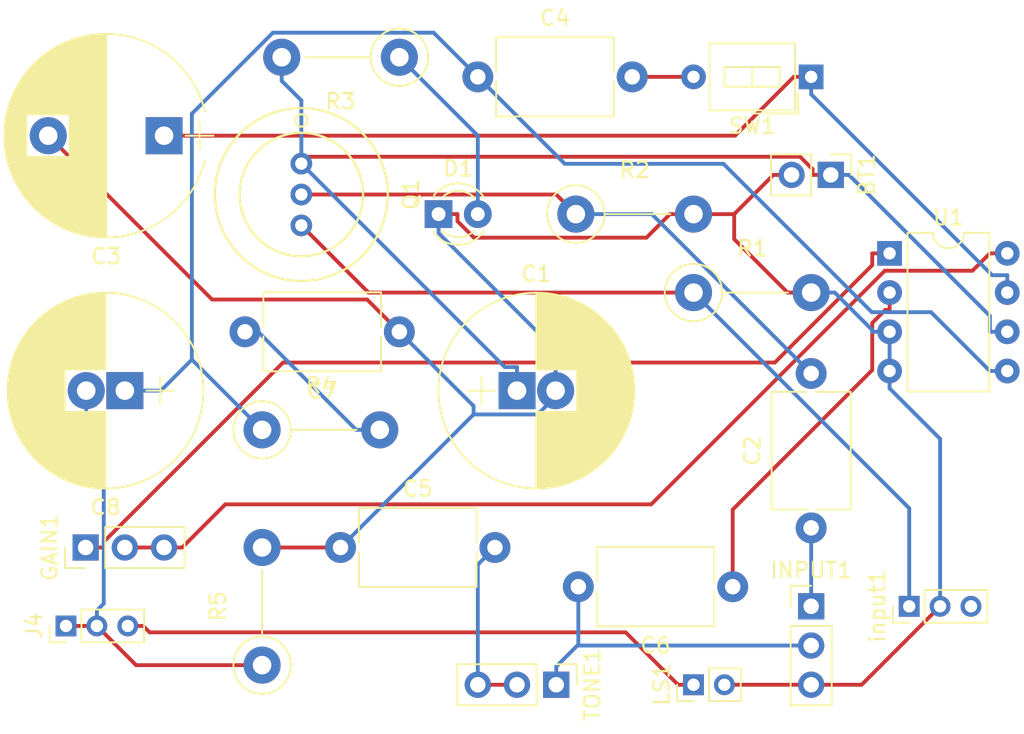
<source format=kicad_pcb>
(kicad_pcb (version 4) (host pcbnew 4.0.7-e2-6376~58~ubuntu16.04.1)

  (general
    (links 42)
    (no_connects 0)
    (area 117.444999 82.525 184.185001 130.405)
    (thickness 1.6)
    (drawings 0)
    (tracks 131)
    (zones 0)
    (modules 24)
    (nets 19)
  )

  (page A4)
  (layers
    (0 F.Cu signal)
    (31 B.Cu signal)
    (33 F.Adhes user)
    (35 F.Paste user)
    (37 F.SilkS user)
    (39 F.Mask user)
    (40 Dwgs.User user)
    (41 Cmts.User user)
    (42 Eco1.User user)
    (43 Eco2.User user)
    (44 Edge.Cuts user)
    (45 Margin user)
    (47 F.CrtYd user)
    (49 F.Fab user)
  )

  (setup
    (last_trace_width 0.5)
    (trace_clearance 0.2)
    (zone_clearance 0.508)
    (zone_45_only no)
    (trace_min 0.2)
    (segment_width 0.2)
    (edge_width 0.15)
    (via_size 0.6)
    (via_drill 0.4)
    (via_min_size 0.4)
    (via_min_drill 0.3)
    (uvia_size 0.3)
    (uvia_drill 0.1)
    (uvias_allowed no)
    (uvia_min_size 0.2)
    (uvia_min_drill 0.1)
    (pcb_text_width 0.3)
    (pcb_text_size 1.5 1.5)
    (mod_edge_width 0.15)
    (mod_text_size 1 1)
    (mod_text_width 0.15)
    (pad_size 1.524 1.524)
    (pad_drill 0.762)
    (pad_to_mask_clearance 0.2)
    (aux_axis_origin 0 0)
    (visible_elements FFFFFF7F)
    (pcbplotparams
      (layerselection 0x00030_80000001)
      (usegerberextensions false)
      (excludeedgelayer true)
      (linewidth 0.100000)
      (plotframeref false)
      (viasonmask false)
      (mode 1)
      (useauxorigin false)
      (hpglpennumber 1)
      (hpglpenspeed 20)
      (hpglpendiameter 15)
      (hpglpenoverlay 2)
      (psnegative false)
      (psa4output false)
      (plotreference true)
      (plotvalue true)
      (plotinvisibletext false)
      (padsonsilk false)
      (subtractmaskfromsilk false)
      (outputformat 1)
      (mirror false)
      (drillshape 1)
      (scaleselection 1)
      (outputdirectory ""))
  )

  (net 0 "")
  (net 1 GND)
  (net 2 "Net-(D1-Pad2)")
  (net 3 "Net-(C2-Pad1)")
  (net 4 "Net-(C2-Pad2)")
  (net 5 "Net-(C4-Pad1)")
  (net 6 "Net-(C4-Pad2)")
  (net 7 "Net-(C5-Pad2)")
  (net 8 "Net-(C6-Pad1)")
  (net 9 "Net-(C6-Pad2)")
  (net 10 "Net-(C7-Pad2)")
  (net 11 "Net-(C8-Pad2)")
  (net 12 "Net-(J4-Pad3)")
  (net 13 "Net-(C3-Pad1)")
  (net 14 "Net-(BT1-Pad1)")
  (net 15 "Net-(GAIN1-Pad1)")
  (net 16 "Net-(GAIN1-Pad2)")
  (net 17 "Net-(Q1-Pad3)")
  (net 18 "Net-(input1-Pad3)")

  (net_class Default "This is the default net class."
    (clearance 0.2)
    (trace_width 0.5)
    (via_dia 0.6)
    (via_drill 0.4)
    (uvia_dia 0.3)
    (uvia_drill 0.1)
    (add_net GND)
    (add_net "Net-(BT1-Pad1)")
    (add_net "Net-(C2-Pad1)")
    (add_net "Net-(C2-Pad2)")
    (add_net "Net-(C3-Pad1)")
    (add_net "Net-(C4-Pad1)")
    (add_net "Net-(C4-Pad2)")
    (add_net "Net-(C5-Pad2)")
    (add_net "Net-(C6-Pad1)")
    (add_net "Net-(C6-Pad2)")
    (add_net "Net-(C7-Pad2)")
    (add_net "Net-(C8-Pad2)")
    (add_net "Net-(D1-Pad2)")
    (add_net "Net-(GAIN1-Pad1)")
    (add_net "Net-(GAIN1-Pad2)")
    (add_net "Net-(J4-Pad3)")
    (add_net "Net-(Q1-Pad3)")
    (add_net "Net-(input1-Pad3)")
  )

  (module Pin_Headers:Pin_Header_Straight_1x02_Pitch2.54mm (layer F.Cu) (tedit 59650532) (tstamp 5BF6339E)
    (at 171.45 93.98 270)
    (descr "Through hole straight pin header, 1x02, 2.54mm pitch, single row")
    (tags "Through hole pin header THT 1x02 2.54mm single row")
    (path /5BF5125D)
    (fp_text reference BT1 (at 0 -2.33 270) (layer F.SilkS)
      (effects (font (size 1 1) (thickness 0.15)))
    )
    (fp_text value Battery_Cell (at 0 4.87 270) (layer F.Fab)
      (effects (font (size 1 1) (thickness 0.15)))
    )
    (fp_line (start -0.635 -1.27) (end 1.27 -1.27) (layer F.Fab) (width 0.1))
    (fp_line (start 1.27 -1.27) (end 1.27 3.81) (layer F.Fab) (width 0.1))
    (fp_line (start 1.27 3.81) (end -1.27 3.81) (layer F.Fab) (width 0.1))
    (fp_line (start -1.27 3.81) (end -1.27 -0.635) (layer F.Fab) (width 0.1))
    (fp_line (start -1.27 -0.635) (end -0.635 -1.27) (layer F.Fab) (width 0.1))
    (fp_line (start -1.33 3.87) (end 1.33 3.87) (layer F.SilkS) (width 0.12))
    (fp_line (start -1.33 1.27) (end -1.33 3.87) (layer F.SilkS) (width 0.12))
    (fp_line (start 1.33 1.27) (end 1.33 3.87) (layer F.SilkS) (width 0.12))
    (fp_line (start -1.33 1.27) (end 1.33 1.27) (layer F.SilkS) (width 0.12))
    (fp_line (start -1.33 0) (end -1.33 -1.33) (layer F.SilkS) (width 0.12))
    (fp_line (start -1.33 -1.33) (end 0 -1.33) (layer F.SilkS) (width 0.12))
    (fp_line (start -1.8 -1.8) (end -1.8 4.35) (layer F.CrtYd) (width 0.05))
    (fp_line (start -1.8 4.35) (end 1.8 4.35) (layer F.CrtYd) (width 0.05))
    (fp_line (start 1.8 4.35) (end 1.8 -1.8) (layer F.CrtYd) (width 0.05))
    (fp_line (start 1.8 -1.8) (end -1.8 -1.8) (layer F.CrtYd) (width 0.05))
    (fp_text user %R (at 0 1.27 360) (layer F.Fab)
      (effects (font (size 1 1) (thickness 0.15)))
    )
    (pad 1 thru_hole rect (at 0 0 270) (size 1.7 1.7) (drill 1) (layers *.Cu *.Mask)
      (net 14 "Net-(BT1-Pad1)"))
    (pad 2 thru_hole oval (at 0 2.54 270) (size 1.7 1.7) (drill 1) (layers *.Cu *.Mask)
      (net 1 GND))
    (model ${KISYS3DMOD}/Pin_Headers.3dshapes/Pin_Header_Straight_1x02_Pitch2.54mm.wrl
      (at (xyz 0 0 0))
      (scale (xyz 1 1 1))
      (rotate (xyz 0 0 0))
    )
  )

  (module Capacitors_THT:CP_Radial_D12.5mm_P2.50mm (layer F.Cu) (tedit 597BC7C2) (tstamp 5BF633A4)
    (at 151.13 107.95)
    (descr "CP, Radial series, Radial, pin pitch=2.50mm, , diameter=12.5mm, Electrolytic Capacitor")
    (tags "CP Radial series Radial pin pitch 2.50mm  diameter 12.5mm Electrolytic Capacitor")
    (path /5BF39DB0)
    (fp_text reference C1 (at 1.25 -7.56) (layer F.SilkS)
      (effects (font (size 1 1) (thickness 0.15)))
    )
    (fp_text value 220mF (at 1.25 7.56) (layer F.Fab)
      (effects (font (size 1 1) (thickness 0.15)))
    )
    (fp_circle (center 1.25 0) (end 7.5 0) (layer F.Fab) (width 0.1))
    (fp_circle (center 1.25 0) (end 7.59 0) (layer F.SilkS) (width 0.12))
    (fp_line (start -3.2 0) (end -1.4 0) (layer F.Fab) (width 0.1))
    (fp_line (start -2.3 -0.9) (end -2.3 0.9) (layer F.Fab) (width 0.1))
    (fp_line (start 1.25 1.38) (end 1.25 6.3) (layer F.SilkS) (width 0.12))
    (fp_line (start 1.25 -6.3) (end 1.25 -1.38) (layer F.SilkS) (width 0.12))
    (fp_line (start 1.29 1.38) (end 1.29 6.3) (layer F.SilkS) (width 0.12))
    (fp_line (start 1.29 -6.3) (end 1.29 -1.38) (layer F.SilkS) (width 0.12))
    (fp_line (start 1.33 1.38) (end 1.33 6.3) (layer F.SilkS) (width 0.12))
    (fp_line (start 1.33 -6.3) (end 1.33 -1.38) (layer F.SilkS) (width 0.12))
    (fp_line (start 1.37 1.38) (end 1.37 6.299) (layer F.SilkS) (width 0.12))
    (fp_line (start 1.37 -6.299) (end 1.37 -1.38) (layer F.SilkS) (width 0.12))
    (fp_line (start 1.41 -6.298) (end 1.41 -1.38) (layer F.SilkS) (width 0.12))
    (fp_line (start 1.41 1.38) (end 1.41 6.298) (layer F.SilkS) (width 0.12))
    (fp_line (start 1.45 -6.297) (end 1.45 -1.38) (layer F.SilkS) (width 0.12))
    (fp_line (start 1.45 1.38) (end 1.45 6.297) (layer F.SilkS) (width 0.12))
    (fp_line (start 1.49 -6.296) (end 1.49 -1.38) (layer F.SilkS) (width 0.12))
    (fp_line (start 1.49 1.38) (end 1.49 6.296) (layer F.SilkS) (width 0.12))
    (fp_line (start 1.53 -6.294) (end 1.53 -1.38) (layer F.SilkS) (width 0.12))
    (fp_line (start 1.53 1.38) (end 1.53 6.294) (layer F.SilkS) (width 0.12))
    (fp_line (start 1.57 -6.292) (end 1.57 -1.38) (layer F.SilkS) (width 0.12))
    (fp_line (start 1.57 1.38) (end 1.57 6.292) (layer F.SilkS) (width 0.12))
    (fp_line (start 1.61 -6.29) (end 1.61 -1.38) (layer F.SilkS) (width 0.12))
    (fp_line (start 1.61 1.38) (end 1.61 6.29) (layer F.SilkS) (width 0.12))
    (fp_line (start 1.65 -6.288) (end 1.65 -1.38) (layer F.SilkS) (width 0.12))
    (fp_line (start 1.65 1.38) (end 1.65 6.288) (layer F.SilkS) (width 0.12))
    (fp_line (start 1.69 -6.285) (end 1.69 -1.38) (layer F.SilkS) (width 0.12))
    (fp_line (start 1.69 1.38) (end 1.69 6.285) (layer F.SilkS) (width 0.12))
    (fp_line (start 1.73 -6.282) (end 1.73 -1.38) (layer F.SilkS) (width 0.12))
    (fp_line (start 1.73 1.38) (end 1.73 6.282) (layer F.SilkS) (width 0.12))
    (fp_line (start 1.77 -6.279) (end 1.77 -1.38) (layer F.SilkS) (width 0.12))
    (fp_line (start 1.77 1.38) (end 1.77 6.279) (layer F.SilkS) (width 0.12))
    (fp_line (start 1.81 -6.276) (end 1.81 -1.38) (layer F.SilkS) (width 0.12))
    (fp_line (start 1.81 1.38) (end 1.81 6.276) (layer F.SilkS) (width 0.12))
    (fp_line (start 1.85 -6.272) (end 1.85 -1.38) (layer F.SilkS) (width 0.12))
    (fp_line (start 1.85 1.38) (end 1.85 6.272) (layer F.SilkS) (width 0.12))
    (fp_line (start 1.89 -6.268) (end 1.89 -1.38) (layer F.SilkS) (width 0.12))
    (fp_line (start 1.89 1.38) (end 1.89 6.268) (layer F.SilkS) (width 0.12))
    (fp_line (start 1.93 -6.264) (end 1.93 -1.38) (layer F.SilkS) (width 0.12))
    (fp_line (start 1.93 1.38) (end 1.93 6.264) (layer F.SilkS) (width 0.12))
    (fp_line (start 1.971 -6.259) (end 1.971 -1.38) (layer F.SilkS) (width 0.12))
    (fp_line (start 1.971 1.38) (end 1.971 6.259) (layer F.SilkS) (width 0.12))
    (fp_line (start 2.011 -6.255) (end 2.011 -1.38) (layer F.SilkS) (width 0.12))
    (fp_line (start 2.011 1.38) (end 2.011 6.255) (layer F.SilkS) (width 0.12))
    (fp_line (start 2.051 -6.25) (end 2.051 -1.38) (layer F.SilkS) (width 0.12))
    (fp_line (start 2.051 1.38) (end 2.051 6.25) (layer F.SilkS) (width 0.12))
    (fp_line (start 2.091 -6.245) (end 2.091 -1.38) (layer F.SilkS) (width 0.12))
    (fp_line (start 2.091 1.38) (end 2.091 6.245) (layer F.SilkS) (width 0.12))
    (fp_line (start 2.131 -6.239) (end 2.131 -1.38) (layer F.SilkS) (width 0.12))
    (fp_line (start 2.131 1.38) (end 2.131 6.239) (layer F.SilkS) (width 0.12))
    (fp_line (start 2.171 -6.233) (end 2.171 -1.38) (layer F.SilkS) (width 0.12))
    (fp_line (start 2.171 1.38) (end 2.171 6.233) (layer F.SilkS) (width 0.12))
    (fp_line (start 2.211 -6.227) (end 2.211 -1.38) (layer F.SilkS) (width 0.12))
    (fp_line (start 2.211 1.38) (end 2.211 6.227) (layer F.SilkS) (width 0.12))
    (fp_line (start 2.251 -6.221) (end 2.251 -1.38) (layer F.SilkS) (width 0.12))
    (fp_line (start 2.251 1.38) (end 2.251 6.221) (layer F.SilkS) (width 0.12))
    (fp_line (start 2.291 -6.215) (end 2.291 -1.38) (layer F.SilkS) (width 0.12))
    (fp_line (start 2.291 1.38) (end 2.291 6.215) (layer F.SilkS) (width 0.12))
    (fp_line (start 2.331 -6.208) (end 2.331 -1.38) (layer F.SilkS) (width 0.12))
    (fp_line (start 2.331 1.38) (end 2.331 6.208) (layer F.SilkS) (width 0.12))
    (fp_line (start 2.371 -6.201) (end 2.371 -1.38) (layer F.SilkS) (width 0.12))
    (fp_line (start 2.371 1.38) (end 2.371 6.201) (layer F.SilkS) (width 0.12))
    (fp_line (start 2.411 -6.193) (end 2.411 -1.38) (layer F.SilkS) (width 0.12))
    (fp_line (start 2.411 1.38) (end 2.411 6.193) (layer F.SilkS) (width 0.12))
    (fp_line (start 2.451 -6.186) (end 2.451 -1.38) (layer F.SilkS) (width 0.12))
    (fp_line (start 2.451 1.38) (end 2.451 6.186) (layer F.SilkS) (width 0.12))
    (fp_line (start 2.491 -6.178) (end 2.491 -1.38) (layer F.SilkS) (width 0.12))
    (fp_line (start 2.491 1.38) (end 2.491 6.178) (layer F.SilkS) (width 0.12))
    (fp_line (start 2.531 -6.17) (end 2.531 -1.38) (layer F.SilkS) (width 0.12))
    (fp_line (start 2.531 1.38) (end 2.531 6.17) (layer F.SilkS) (width 0.12))
    (fp_line (start 2.571 -6.162) (end 2.571 -1.38) (layer F.SilkS) (width 0.12))
    (fp_line (start 2.571 1.38) (end 2.571 6.162) (layer F.SilkS) (width 0.12))
    (fp_line (start 2.611 -6.153) (end 2.611 -1.38) (layer F.SilkS) (width 0.12))
    (fp_line (start 2.611 1.38) (end 2.611 6.153) (layer F.SilkS) (width 0.12))
    (fp_line (start 2.651 -6.144) (end 2.651 -1.38) (layer F.SilkS) (width 0.12))
    (fp_line (start 2.651 1.38) (end 2.651 6.144) (layer F.SilkS) (width 0.12))
    (fp_line (start 2.691 -6.135) (end 2.691 -1.38) (layer F.SilkS) (width 0.12))
    (fp_line (start 2.691 1.38) (end 2.691 6.135) (layer F.SilkS) (width 0.12))
    (fp_line (start 2.731 -6.125) (end 2.731 -1.38) (layer F.SilkS) (width 0.12))
    (fp_line (start 2.731 1.38) (end 2.731 6.125) (layer F.SilkS) (width 0.12))
    (fp_line (start 2.771 -6.116) (end 2.771 -1.38) (layer F.SilkS) (width 0.12))
    (fp_line (start 2.771 1.38) (end 2.771 6.116) (layer F.SilkS) (width 0.12))
    (fp_line (start 2.811 -6.106) (end 2.811 -1.38) (layer F.SilkS) (width 0.12))
    (fp_line (start 2.811 1.38) (end 2.811 6.106) (layer F.SilkS) (width 0.12))
    (fp_line (start 2.851 -6.095) (end 2.851 -1.38) (layer F.SilkS) (width 0.12))
    (fp_line (start 2.851 1.38) (end 2.851 6.095) (layer F.SilkS) (width 0.12))
    (fp_line (start 2.891 -6.085) (end 2.891 -1.38) (layer F.SilkS) (width 0.12))
    (fp_line (start 2.891 1.38) (end 2.891 6.085) (layer F.SilkS) (width 0.12))
    (fp_line (start 2.931 -6.074) (end 2.931 -1.38) (layer F.SilkS) (width 0.12))
    (fp_line (start 2.931 1.38) (end 2.931 6.074) (layer F.SilkS) (width 0.12))
    (fp_line (start 2.971 -6.063) (end 2.971 -1.38) (layer F.SilkS) (width 0.12))
    (fp_line (start 2.971 1.38) (end 2.971 6.063) (layer F.SilkS) (width 0.12))
    (fp_line (start 3.011 -6.051) (end 3.011 -1.38) (layer F.SilkS) (width 0.12))
    (fp_line (start 3.011 1.38) (end 3.011 6.051) (layer F.SilkS) (width 0.12))
    (fp_line (start 3.051 -6.04) (end 3.051 -1.38) (layer F.SilkS) (width 0.12))
    (fp_line (start 3.051 1.38) (end 3.051 6.04) (layer F.SilkS) (width 0.12))
    (fp_line (start 3.091 -6.028) (end 3.091 -1.38) (layer F.SilkS) (width 0.12))
    (fp_line (start 3.091 1.38) (end 3.091 6.028) (layer F.SilkS) (width 0.12))
    (fp_line (start 3.131 -6.015) (end 3.131 -1.38) (layer F.SilkS) (width 0.12))
    (fp_line (start 3.131 1.38) (end 3.131 6.015) (layer F.SilkS) (width 0.12))
    (fp_line (start 3.171 -6.003) (end 3.171 -1.38) (layer F.SilkS) (width 0.12))
    (fp_line (start 3.171 1.38) (end 3.171 6.003) (layer F.SilkS) (width 0.12))
    (fp_line (start 3.211 -5.99) (end 3.211 -1.38) (layer F.SilkS) (width 0.12))
    (fp_line (start 3.211 1.38) (end 3.211 5.99) (layer F.SilkS) (width 0.12))
    (fp_line (start 3.251 -5.977) (end 3.251 -1.38) (layer F.SilkS) (width 0.12))
    (fp_line (start 3.251 1.38) (end 3.251 5.977) (layer F.SilkS) (width 0.12))
    (fp_line (start 3.291 -5.963) (end 3.291 -1.38) (layer F.SilkS) (width 0.12))
    (fp_line (start 3.291 1.38) (end 3.291 5.963) (layer F.SilkS) (width 0.12))
    (fp_line (start 3.331 -5.95) (end 3.331 -1.38) (layer F.SilkS) (width 0.12))
    (fp_line (start 3.331 1.38) (end 3.331 5.95) (layer F.SilkS) (width 0.12))
    (fp_line (start 3.371 -5.936) (end 3.371 -1.38) (layer F.SilkS) (width 0.12))
    (fp_line (start 3.371 1.38) (end 3.371 5.936) (layer F.SilkS) (width 0.12))
    (fp_line (start 3.411 -5.921) (end 3.411 -1.38) (layer F.SilkS) (width 0.12))
    (fp_line (start 3.411 1.38) (end 3.411 5.921) (layer F.SilkS) (width 0.12))
    (fp_line (start 3.451 -5.907) (end 3.451 -1.38) (layer F.SilkS) (width 0.12))
    (fp_line (start 3.451 1.38) (end 3.451 5.907) (layer F.SilkS) (width 0.12))
    (fp_line (start 3.491 -5.892) (end 3.491 -1.38) (layer F.SilkS) (width 0.12))
    (fp_line (start 3.491 1.38) (end 3.491 5.892) (layer F.SilkS) (width 0.12))
    (fp_line (start 3.531 -5.876) (end 3.531 -1.38) (layer F.SilkS) (width 0.12))
    (fp_line (start 3.531 1.38) (end 3.531 5.876) (layer F.SilkS) (width 0.12))
    (fp_line (start 3.571 -5.861) (end 3.571 -1.38) (layer F.SilkS) (width 0.12))
    (fp_line (start 3.571 1.38) (end 3.571 5.861) (layer F.SilkS) (width 0.12))
    (fp_line (start 3.611 -5.845) (end 3.611 -1.38) (layer F.SilkS) (width 0.12))
    (fp_line (start 3.611 1.38) (end 3.611 5.845) (layer F.SilkS) (width 0.12))
    (fp_line (start 3.651 -5.829) (end 3.651 -1.38) (layer F.SilkS) (width 0.12))
    (fp_line (start 3.651 1.38) (end 3.651 5.829) (layer F.SilkS) (width 0.12))
    (fp_line (start 3.691 -5.812) (end 3.691 -1.38) (layer F.SilkS) (width 0.12))
    (fp_line (start 3.691 1.38) (end 3.691 5.812) (layer F.SilkS) (width 0.12))
    (fp_line (start 3.731 -5.795) (end 3.731 -1.38) (layer F.SilkS) (width 0.12))
    (fp_line (start 3.731 1.38) (end 3.731 5.795) (layer F.SilkS) (width 0.12))
    (fp_line (start 3.771 -5.778) (end 3.771 -1.38) (layer F.SilkS) (width 0.12))
    (fp_line (start 3.771 1.38) (end 3.771 5.778) (layer F.SilkS) (width 0.12))
    (fp_line (start 3.811 -5.761) (end 3.811 -1.38) (layer F.SilkS) (width 0.12))
    (fp_line (start 3.811 1.38) (end 3.811 5.761) (layer F.SilkS) (width 0.12))
    (fp_line (start 3.851 -5.743) (end 3.851 -1.38) (layer F.SilkS) (width 0.12))
    (fp_line (start 3.851 1.38) (end 3.851 5.743) (layer F.SilkS) (width 0.12))
    (fp_line (start 3.891 -5.725) (end 3.891 5.725) (layer F.SilkS) (width 0.12))
    (fp_line (start 3.931 -5.706) (end 3.931 5.706) (layer F.SilkS) (width 0.12))
    (fp_line (start 3.971 -5.687) (end 3.971 5.687) (layer F.SilkS) (width 0.12))
    (fp_line (start 4.011 -5.668) (end 4.011 5.668) (layer F.SilkS) (width 0.12))
    (fp_line (start 4.051 -5.649) (end 4.051 5.649) (layer F.SilkS) (width 0.12))
    (fp_line (start 4.091 -5.629) (end 4.091 5.629) (layer F.SilkS) (width 0.12))
    (fp_line (start 4.131 -5.609) (end 4.131 5.609) (layer F.SilkS) (width 0.12))
    (fp_line (start 4.171 -5.588) (end 4.171 5.588) (layer F.SilkS) (width 0.12))
    (fp_line (start 4.211 -5.567) (end 4.211 5.567) (layer F.SilkS) (width 0.12))
    (fp_line (start 4.251 -5.546) (end 4.251 5.546) (layer F.SilkS) (width 0.12))
    (fp_line (start 4.291 -5.524) (end 4.291 5.524) (layer F.SilkS) (width 0.12))
    (fp_line (start 4.331 -5.502) (end 4.331 5.502) (layer F.SilkS) (width 0.12))
    (fp_line (start 4.371 -5.48) (end 4.371 5.48) (layer F.SilkS) (width 0.12))
    (fp_line (start 4.411 -5.457) (end 4.411 5.457) (layer F.SilkS) (width 0.12))
    (fp_line (start 4.451 -5.434) (end 4.451 5.434) (layer F.SilkS) (width 0.12))
    (fp_line (start 4.491 -5.41) (end 4.491 5.41) (layer F.SilkS) (width 0.12))
    (fp_line (start 4.531 -5.386) (end 4.531 5.386) (layer F.SilkS) (width 0.12))
    (fp_line (start 4.571 -5.362) (end 4.571 5.362) (layer F.SilkS) (width 0.12))
    (fp_line (start 4.611 -5.337) (end 4.611 5.337) (layer F.SilkS) (width 0.12))
    (fp_line (start 4.651 -5.312) (end 4.651 5.312) (layer F.SilkS) (width 0.12))
    (fp_line (start 4.691 -5.286) (end 4.691 5.286) (layer F.SilkS) (width 0.12))
    (fp_line (start 4.731 -5.26) (end 4.731 5.26) (layer F.SilkS) (width 0.12))
    (fp_line (start 4.771 -5.234) (end 4.771 5.234) (layer F.SilkS) (width 0.12))
    (fp_line (start 4.811 -5.207) (end 4.811 5.207) (layer F.SilkS) (width 0.12))
    (fp_line (start 4.851 -5.179) (end 4.851 5.179) (layer F.SilkS) (width 0.12))
    (fp_line (start 4.891 -5.151) (end 4.891 5.151) (layer F.SilkS) (width 0.12))
    (fp_line (start 4.931 -5.123) (end 4.931 5.123) (layer F.SilkS) (width 0.12))
    (fp_line (start 4.971 -5.094) (end 4.971 5.094) (layer F.SilkS) (width 0.12))
    (fp_line (start 5.011 -5.065) (end 5.011 5.065) (layer F.SilkS) (width 0.12))
    (fp_line (start 5.051 -5.035) (end 5.051 5.035) (layer F.SilkS) (width 0.12))
    (fp_line (start 5.091 -5.005) (end 5.091 5.005) (layer F.SilkS) (width 0.12))
    (fp_line (start 5.131 -4.975) (end 5.131 4.975) (layer F.SilkS) (width 0.12))
    (fp_line (start 5.171 -4.943) (end 5.171 4.943) (layer F.SilkS) (width 0.12))
    (fp_line (start 5.211 -4.912) (end 5.211 4.912) (layer F.SilkS) (width 0.12))
    (fp_line (start 5.251 -4.879) (end 5.251 4.879) (layer F.SilkS) (width 0.12))
    (fp_line (start 5.291 -4.847) (end 5.291 4.847) (layer F.SilkS) (width 0.12))
    (fp_line (start 5.331 -4.813) (end 5.331 4.813) (layer F.SilkS) (width 0.12))
    (fp_line (start 5.371 -4.779) (end 5.371 4.779) (layer F.SilkS) (width 0.12))
    (fp_line (start 5.411 -4.745) (end 5.411 4.745) (layer F.SilkS) (width 0.12))
    (fp_line (start 5.451 -4.71) (end 5.451 4.71) (layer F.SilkS) (width 0.12))
    (fp_line (start 5.491 -4.674) (end 5.491 4.674) (layer F.SilkS) (width 0.12))
    (fp_line (start 5.531 -4.638) (end 5.531 4.638) (layer F.SilkS) (width 0.12))
    (fp_line (start 5.571 -4.601) (end 5.571 4.601) (layer F.SilkS) (width 0.12))
    (fp_line (start 5.611 -4.563) (end 5.611 4.563) (layer F.SilkS) (width 0.12))
    (fp_line (start 5.651 -4.525) (end 5.651 4.525) (layer F.SilkS) (width 0.12))
    (fp_line (start 5.691 -4.486) (end 5.691 4.486) (layer F.SilkS) (width 0.12))
    (fp_line (start 5.731 -4.447) (end 5.731 4.447) (layer F.SilkS) (width 0.12))
    (fp_line (start 5.771 -4.406) (end 5.771 4.406) (layer F.SilkS) (width 0.12))
    (fp_line (start 5.811 -4.365) (end 5.811 4.365) (layer F.SilkS) (width 0.12))
    (fp_line (start 5.851 -4.323) (end 5.851 4.323) (layer F.SilkS) (width 0.12))
    (fp_line (start 5.891 -4.281) (end 5.891 4.281) (layer F.SilkS) (width 0.12))
    (fp_line (start 5.931 -4.238) (end 5.931 4.238) (layer F.SilkS) (width 0.12))
    (fp_line (start 5.971 -4.193) (end 5.971 4.193) (layer F.SilkS) (width 0.12))
    (fp_line (start 6.011 -4.148) (end 6.011 4.148) (layer F.SilkS) (width 0.12))
    (fp_line (start 6.051 -4.102) (end 6.051 4.102) (layer F.SilkS) (width 0.12))
    (fp_line (start 6.091 -4.056) (end 6.091 4.056) (layer F.SilkS) (width 0.12))
    (fp_line (start 6.131 -4.008) (end 6.131 4.008) (layer F.SilkS) (width 0.12))
    (fp_line (start 6.171 -3.959) (end 6.171 3.959) (layer F.SilkS) (width 0.12))
    (fp_line (start 6.211 -3.909) (end 6.211 3.909) (layer F.SilkS) (width 0.12))
    (fp_line (start 6.251 -3.859) (end 6.251 3.859) (layer F.SilkS) (width 0.12))
    (fp_line (start 6.291 -3.807) (end 6.291 3.807) (layer F.SilkS) (width 0.12))
    (fp_line (start 6.331 -3.754) (end 6.331 3.754) (layer F.SilkS) (width 0.12))
    (fp_line (start 6.371 -3.7) (end 6.371 3.7) (layer F.SilkS) (width 0.12))
    (fp_line (start 6.411 -3.644) (end 6.411 3.644) (layer F.SilkS) (width 0.12))
    (fp_line (start 6.451 -3.588) (end 6.451 3.588) (layer F.SilkS) (width 0.12))
    (fp_line (start 6.491 -3.53) (end 6.491 3.53) (layer F.SilkS) (width 0.12))
    (fp_line (start 6.531 -3.47) (end 6.531 3.47) (layer F.SilkS) (width 0.12))
    (fp_line (start 6.571 -3.409) (end 6.571 3.409) (layer F.SilkS) (width 0.12))
    (fp_line (start 6.611 -3.347) (end 6.611 3.347) (layer F.SilkS) (width 0.12))
    (fp_line (start 6.651 -3.282) (end 6.651 3.282) (layer F.SilkS) (width 0.12))
    (fp_line (start 6.691 -3.217) (end 6.691 3.217) (layer F.SilkS) (width 0.12))
    (fp_line (start 6.731 -3.149) (end 6.731 3.149) (layer F.SilkS) (width 0.12))
    (fp_line (start 6.771 -3.079) (end 6.771 3.079) (layer F.SilkS) (width 0.12))
    (fp_line (start 6.811 -3.007) (end 6.811 3.007) (layer F.SilkS) (width 0.12))
    (fp_line (start 6.851 -2.933) (end 6.851 2.933) (layer F.SilkS) (width 0.12))
    (fp_line (start 6.891 -2.856) (end 6.891 2.856) (layer F.SilkS) (width 0.12))
    (fp_line (start 6.931 -2.777) (end 6.931 2.777) (layer F.SilkS) (width 0.12))
    (fp_line (start 6.971 -2.695) (end 6.971 2.695) (layer F.SilkS) (width 0.12))
    (fp_line (start 7.011 -2.61) (end 7.011 2.61) (layer F.SilkS) (width 0.12))
    (fp_line (start 7.051 -2.521) (end 7.051 2.521) (layer F.SilkS) (width 0.12))
    (fp_line (start 7.091 -2.428) (end 7.091 2.428) (layer F.SilkS) (width 0.12))
    (fp_line (start 7.131 -2.331) (end 7.131 2.331) (layer F.SilkS) (width 0.12))
    (fp_line (start 7.171 -2.23) (end 7.171 2.23) (layer F.SilkS) (width 0.12))
    (fp_line (start 7.211 -2.122) (end 7.211 2.122) (layer F.SilkS) (width 0.12))
    (fp_line (start 7.251 -2.009) (end 7.251 2.009) (layer F.SilkS) (width 0.12))
    (fp_line (start 7.291 -1.888) (end 7.291 1.888) (layer F.SilkS) (width 0.12))
    (fp_line (start 7.331 -1.757) (end 7.331 1.757) (layer F.SilkS) (width 0.12))
    (fp_line (start 7.371 -1.616) (end 7.371 1.616) (layer F.SilkS) (width 0.12))
    (fp_line (start 7.411 -1.46) (end 7.411 1.46) (layer F.SilkS) (width 0.12))
    (fp_line (start 7.451 -1.285) (end 7.451 1.285) (layer F.SilkS) (width 0.12))
    (fp_line (start 7.491 -1.082) (end 7.491 1.082) (layer F.SilkS) (width 0.12))
    (fp_line (start 7.531 -0.831) (end 7.531 0.831) (layer F.SilkS) (width 0.12))
    (fp_line (start 7.571 -0.464) (end 7.571 0.464) (layer F.SilkS) (width 0.12))
    (fp_line (start -3.2 0) (end -1.4 0) (layer F.SilkS) (width 0.12))
    (fp_line (start -2.3 -0.9) (end -2.3 0.9) (layer F.SilkS) (width 0.12))
    (fp_line (start -5.35 -6.6) (end -5.35 6.6) (layer F.CrtYd) (width 0.05))
    (fp_line (start -5.35 6.6) (end 7.85 6.6) (layer F.CrtYd) (width 0.05))
    (fp_line (start 7.85 6.6) (end 7.85 -6.6) (layer F.CrtYd) (width 0.05))
    (fp_line (start 7.85 -6.6) (end -5.35 -6.6) (layer F.CrtYd) (width 0.05))
    (fp_text user %R (at 1.25 0) (layer F.Fab)
      (effects (font (size 1 1) (thickness 0.15)))
    )
    (pad 1 thru_hole rect (at 0 0) (size 2.4 2.4) (drill 1.2) (layers *.Cu *.Mask)
      (net 14 "Net-(BT1-Pad1)"))
    (pad 2 thru_hole circle (at 2.5 0) (size 2.4 2.4) (drill 1.2) (layers *.Cu *.Mask)
      (net 1 GND))
    (model ${KISYS3DMOD}/Capacitors_THT.3dshapes/CP_Radial_D12.5mm_P2.50mm.wrl
      (at (xyz 0 0 0))
      (scale (xyz 1 1 1))
      (rotate (xyz 0 0 0))
    )
  )

  (module Capacitors_THT:C_Disc_D7.5mm_W5.0mm_P10.00mm (layer F.Cu) (tedit 597BC7C2) (tstamp 5BF633AA)
    (at 170.18 116.84 90)
    (descr "C, Disc series, Radial, pin pitch=10.00mm, , diameter*width=7.5*5.0mm^2, Capacitor, http://www.vishay.com/docs/28535/vy2series.pdf")
    (tags "C Disc series Radial pin pitch 10.00mm  diameter 7.5mm width 5.0mm Capacitor")
    (path /5BF24040)
    (fp_text reference C2 (at 5 -3.81 90) (layer F.SilkS)
      (effects (font (size 1 1) (thickness 0.15)))
    )
    (fp_text value 47n (at 5 3.81 90) (layer F.Fab)
      (effects (font (size 1 1) (thickness 0.15)))
    )
    (fp_line (start 1.25 -2.5) (end 1.25 2.5) (layer F.Fab) (width 0.1))
    (fp_line (start 1.25 2.5) (end 8.75 2.5) (layer F.Fab) (width 0.1))
    (fp_line (start 8.75 2.5) (end 8.75 -2.5) (layer F.Fab) (width 0.1))
    (fp_line (start 8.75 -2.5) (end 1.25 -2.5) (layer F.Fab) (width 0.1))
    (fp_line (start 1.19 -2.56) (end 8.81 -2.56) (layer F.SilkS) (width 0.12))
    (fp_line (start 1.19 2.56) (end 8.81 2.56) (layer F.SilkS) (width 0.12))
    (fp_line (start 1.19 -2.56) (end 1.19 -0.311) (layer F.SilkS) (width 0.12))
    (fp_line (start 1.19 0.311) (end 1.19 2.56) (layer F.SilkS) (width 0.12))
    (fp_line (start 8.81 -2.56) (end 8.81 -0.311) (layer F.SilkS) (width 0.12))
    (fp_line (start 8.81 0.311) (end 8.81 2.56) (layer F.SilkS) (width 0.12))
    (fp_line (start -1.25 -2.85) (end -1.25 2.85) (layer F.CrtYd) (width 0.05))
    (fp_line (start -1.25 2.85) (end 11.25 2.85) (layer F.CrtYd) (width 0.05))
    (fp_line (start 11.25 2.85) (end 11.25 -2.85) (layer F.CrtYd) (width 0.05))
    (fp_line (start 11.25 -2.85) (end -1.25 -2.85) (layer F.CrtYd) (width 0.05))
    (fp_text user %R (at 5 0 90) (layer F.Fab)
      (effects (font (size 1 1) (thickness 0.15)))
    )
    (pad 1 thru_hole circle (at 0 0 90) (size 2 2) (drill 1) (layers *.Cu *.Mask)
      (net 3 "Net-(C2-Pad1)"))
    (pad 2 thru_hole circle (at 10 0 90) (size 2 2) (drill 1) (layers *.Cu *.Mask)
      (net 4 "Net-(C2-Pad2)"))
    (model ${KISYS3DMOD}/Capacitors_THT.3dshapes/C_Disc_D7.5mm_W5.0mm_P10.00mm.wrl
      (at (xyz 0 0 0))
      (scale (xyz 1 1 1))
      (rotate (xyz 0 0 0))
    )
  )

  (module Capacitors_THT:CP_Radial_D13.0mm_P7.50mm (layer F.Cu) (tedit 597BC7C2) (tstamp 5BF633B0)
    (at 128.27 91.44 180)
    (descr "CP, Radial series, Radial, pin pitch=7.50mm, , diameter=13mm, Electrolytic Capacitor")
    (tags "CP Radial series Radial pin pitch 7.50mm  diameter 13mm Electrolytic Capacitor")
    (path /5BF3A76B)
    (fp_text reference C3 (at 3.75 -7.81 180) (layer F.SilkS)
      (effects (font (size 1 1) (thickness 0.15)))
    )
    (fp_text value 100mF (at 3.75 7.81 180) (layer F.Fab)
      (effects (font (size 1 1) (thickness 0.15)))
    )
    (fp_arc (start 3.75 0) (end -2.647789 -1.58) (angle 152.3) (layer F.SilkS) (width 0.12))
    (fp_arc (start 3.75 0) (end -2.647789 1.58) (angle -152.3) (layer F.SilkS) (width 0.12))
    (fp_arc (start 3.75 0) (end 10.147789 -1.58) (angle 27.7) (layer F.SilkS) (width 0.12))
    (fp_circle (center 3.75 0) (end 10.25 0) (layer F.Fab) (width 0.1))
    (fp_line (start -3.2 0) (end -1.4 0) (layer F.Fab) (width 0.1))
    (fp_line (start -2.3 -0.9) (end -2.3 0.9) (layer F.Fab) (width 0.1))
    (fp_line (start 3.75 -6.55) (end 3.75 6.55) (layer F.SilkS) (width 0.12))
    (fp_line (start 3.79 -6.55) (end 3.79 6.55) (layer F.SilkS) (width 0.12))
    (fp_line (start 3.83 -6.55) (end 3.83 6.55) (layer F.SilkS) (width 0.12))
    (fp_line (start 3.87 -6.549) (end 3.87 6.549) (layer F.SilkS) (width 0.12))
    (fp_line (start 3.91 -6.549) (end 3.91 6.549) (layer F.SilkS) (width 0.12))
    (fp_line (start 3.95 -6.547) (end 3.95 6.547) (layer F.SilkS) (width 0.12))
    (fp_line (start 3.99 -6.546) (end 3.99 6.546) (layer F.SilkS) (width 0.12))
    (fp_line (start 4.03 -6.545) (end 4.03 6.545) (layer F.SilkS) (width 0.12))
    (fp_line (start 4.07 -6.543) (end 4.07 6.543) (layer F.SilkS) (width 0.12))
    (fp_line (start 4.11 -6.541) (end 4.11 6.541) (layer F.SilkS) (width 0.12))
    (fp_line (start 4.15 -6.538) (end 4.15 6.538) (layer F.SilkS) (width 0.12))
    (fp_line (start 4.19 -6.536) (end 4.19 6.536) (layer F.SilkS) (width 0.12))
    (fp_line (start 4.23 -6.533) (end 4.23 6.533) (layer F.SilkS) (width 0.12))
    (fp_line (start 4.27 -6.53) (end 4.27 6.53) (layer F.SilkS) (width 0.12))
    (fp_line (start 4.31 -6.527) (end 4.31 6.527) (layer F.SilkS) (width 0.12))
    (fp_line (start 4.35 -6.523) (end 4.35 6.523) (layer F.SilkS) (width 0.12))
    (fp_line (start 4.39 -6.519) (end 4.39 6.519) (layer F.SilkS) (width 0.12))
    (fp_line (start 4.43 -6.515) (end 4.43 6.515) (layer F.SilkS) (width 0.12))
    (fp_line (start 4.471 -6.511) (end 4.471 6.511) (layer F.SilkS) (width 0.12))
    (fp_line (start 4.511 -6.507) (end 4.511 6.507) (layer F.SilkS) (width 0.12))
    (fp_line (start 4.551 -6.502) (end 4.551 6.502) (layer F.SilkS) (width 0.12))
    (fp_line (start 4.591 -6.497) (end 4.591 6.497) (layer F.SilkS) (width 0.12))
    (fp_line (start 4.631 -6.491) (end 4.631 6.491) (layer F.SilkS) (width 0.12))
    (fp_line (start 4.671 -6.486) (end 4.671 6.486) (layer F.SilkS) (width 0.12))
    (fp_line (start 4.711 -6.48) (end 4.711 6.48) (layer F.SilkS) (width 0.12))
    (fp_line (start 4.751 -6.474) (end 4.751 6.474) (layer F.SilkS) (width 0.12))
    (fp_line (start 4.791 -6.468) (end 4.791 6.468) (layer F.SilkS) (width 0.12))
    (fp_line (start 4.831 -6.461) (end 4.831 6.461) (layer F.SilkS) (width 0.12))
    (fp_line (start 4.871 -6.455) (end 4.871 6.455) (layer F.SilkS) (width 0.12))
    (fp_line (start 4.911 -6.448) (end 4.911 6.448) (layer F.SilkS) (width 0.12))
    (fp_line (start 4.951 -6.44) (end 4.951 6.44) (layer F.SilkS) (width 0.12))
    (fp_line (start 4.991 -6.433) (end 4.991 6.433) (layer F.SilkS) (width 0.12))
    (fp_line (start 5.031 -6.425) (end 5.031 6.425) (layer F.SilkS) (width 0.12))
    (fp_line (start 5.071 -6.417) (end 5.071 6.417) (layer F.SilkS) (width 0.12))
    (fp_line (start 5.111 -6.409) (end 5.111 6.409) (layer F.SilkS) (width 0.12))
    (fp_line (start 5.151 -6.4) (end 5.151 6.4) (layer F.SilkS) (width 0.12))
    (fp_line (start 5.191 -6.391) (end 5.191 6.391) (layer F.SilkS) (width 0.12))
    (fp_line (start 5.231 -6.382) (end 5.231 6.382) (layer F.SilkS) (width 0.12))
    (fp_line (start 5.271 -6.373) (end 5.271 6.373) (layer F.SilkS) (width 0.12))
    (fp_line (start 5.311 -6.363) (end 5.311 6.363) (layer F.SilkS) (width 0.12))
    (fp_line (start 5.351 -6.353) (end 5.351 6.353) (layer F.SilkS) (width 0.12))
    (fp_line (start 5.391 -6.343) (end 5.391 6.343) (layer F.SilkS) (width 0.12))
    (fp_line (start 5.431 -6.333) (end 5.431 6.333) (layer F.SilkS) (width 0.12))
    (fp_line (start 5.471 -6.322) (end 5.471 6.322) (layer F.SilkS) (width 0.12))
    (fp_line (start 5.511 -6.311) (end 5.511 6.311) (layer F.SilkS) (width 0.12))
    (fp_line (start 5.551 -6.3) (end 5.551 6.3) (layer F.SilkS) (width 0.12))
    (fp_line (start 5.591 -6.288) (end 5.591 6.288) (layer F.SilkS) (width 0.12))
    (fp_line (start 5.631 -6.277) (end 5.631 6.277) (layer F.SilkS) (width 0.12))
    (fp_line (start 5.671 -6.265) (end 5.671 6.265) (layer F.SilkS) (width 0.12))
    (fp_line (start 5.711 -6.252) (end 5.711 6.252) (layer F.SilkS) (width 0.12))
    (fp_line (start 5.751 -6.24) (end 5.751 6.24) (layer F.SilkS) (width 0.12))
    (fp_line (start 5.791 -6.227) (end 5.791 6.227) (layer F.SilkS) (width 0.12))
    (fp_line (start 5.831 -6.214) (end 5.831 6.214) (layer F.SilkS) (width 0.12))
    (fp_line (start 5.871 -6.2) (end 5.871 6.2) (layer F.SilkS) (width 0.12))
    (fp_line (start 5.911 -6.186) (end 5.911 6.186) (layer F.SilkS) (width 0.12))
    (fp_line (start 5.951 -6.172) (end 5.951 6.172) (layer F.SilkS) (width 0.12))
    (fp_line (start 5.991 -6.158) (end 5.991 6.158) (layer F.SilkS) (width 0.12))
    (fp_line (start 6.031 -6.144) (end 6.031 6.144) (layer F.SilkS) (width 0.12))
    (fp_line (start 6.071 -6.129) (end 6.071 6.129) (layer F.SilkS) (width 0.12))
    (fp_line (start 6.111 -6.113) (end 6.111 6.113) (layer F.SilkS) (width 0.12))
    (fp_line (start 6.151 -6.098) (end 6.151 -1.38) (layer F.SilkS) (width 0.12))
    (fp_line (start 6.151 1.38) (end 6.151 6.098) (layer F.SilkS) (width 0.12))
    (fp_line (start 6.191 -6.082) (end 6.191 -1.38) (layer F.SilkS) (width 0.12))
    (fp_line (start 6.191 1.38) (end 6.191 6.082) (layer F.SilkS) (width 0.12))
    (fp_line (start 6.231 -6.066) (end 6.231 -1.38) (layer F.SilkS) (width 0.12))
    (fp_line (start 6.231 1.38) (end 6.231 6.066) (layer F.SilkS) (width 0.12))
    (fp_line (start 6.271 -6.05) (end 6.271 -1.38) (layer F.SilkS) (width 0.12))
    (fp_line (start 6.271 1.38) (end 6.271 6.05) (layer F.SilkS) (width 0.12))
    (fp_line (start 6.311 -6.033) (end 6.311 -1.38) (layer F.SilkS) (width 0.12))
    (fp_line (start 6.311 1.38) (end 6.311 6.033) (layer F.SilkS) (width 0.12))
    (fp_line (start 6.351 -6.016) (end 6.351 -1.38) (layer F.SilkS) (width 0.12))
    (fp_line (start 6.351 1.38) (end 6.351 6.016) (layer F.SilkS) (width 0.12))
    (fp_line (start 6.391 -5.999) (end 6.391 -1.38) (layer F.SilkS) (width 0.12))
    (fp_line (start 6.391 1.38) (end 6.391 5.999) (layer F.SilkS) (width 0.12))
    (fp_line (start 6.431 -5.981) (end 6.431 -1.38) (layer F.SilkS) (width 0.12))
    (fp_line (start 6.431 1.38) (end 6.431 5.981) (layer F.SilkS) (width 0.12))
    (fp_line (start 6.471 -5.963) (end 6.471 -1.38) (layer F.SilkS) (width 0.12))
    (fp_line (start 6.471 1.38) (end 6.471 5.963) (layer F.SilkS) (width 0.12))
    (fp_line (start 6.511 -5.945) (end 6.511 -1.38) (layer F.SilkS) (width 0.12))
    (fp_line (start 6.511 1.38) (end 6.511 5.945) (layer F.SilkS) (width 0.12))
    (fp_line (start 6.551 -5.926) (end 6.551 -1.38) (layer F.SilkS) (width 0.12))
    (fp_line (start 6.551 1.38) (end 6.551 5.926) (layer F.SilkS) (width 0.12))
    (fp_line (start 6.591 -5.907) (end 6.591 -1.38) (layer F.SilkS) (width 0.12))
    (fp_line (start 6.591 1.38) (end 6.591 5.907) (layer F.SilkS) (width 0.12))
    (fp_line (start 6.631 -5.888) (end 6.631 -1.38) (layer F.SilkS) (width 0.12))
    (fp_line (start 6.631 1.38) (end 6.631 5.888) (layer F.SilkS) (width 0.12))
    (fp_line (start 6.671 -5.868) (end 6.671 -1.38) (layer F.SilkS) (width 0.12))
    (fp_line (start 6.671 1.38) (end 6.671 5.868) (layer F.SilkS) (width 0.12))
    (fp_line (start 6.711 -5.848) (end 6.711 -1.38) (layer F.SilkS) (width 0.12))
    (fp_line (start 6.711 1.38) (end 6.711 5.848) (layer F.SilkS) (width 0.12))
    (fp_line (start 6.751 -5.828) (end 6.751 -1.38) (layer F.SilkS) (width 0.12))
    (fp_line (start 6.751 1.38) (end 6.751 5.828) (layer F.SilkS) (width 0.12))
    (fp_line (start 6.791 -5.807) (end 6.791 -1.38) (layer F.SilkS) (width 0.12))
    (fp_line (start 6.791 1.38) (end 6.791 5.807) (layer F.SilkS) (width 0.12))
    (fp_line (start 6.831 -5.786) (end 6.831 -1.38) (layer F.SilkS) (width 0.12))
    (fp_line (start 6.831 1.38) (end 6.831 5.786) (layer F.SilkS) (width 0.12))
    (fp_line (start 6.871 -5.765) (end 6.871 -1.38) (layer F.SilkS) (width 0.12))
    (fp_line (start 6.871 1.38) (end 6.871 5.765) (layer F.SilkS) (width 0.12))
    (fp_line (start 6.911 -5.743) (end 6.911 -1.38) (layer F.SilkS) (width 0.12))
    (fp_line (start 6.911 1.38) (end 6.911 5.743) (layer F.SilkS) (width 0.12))
    (fp_line (start 6.951 -5.721) (end 6.951 -1.38) (layer F.SilkS) (width 0.12))
    (fp_line (start 6.951 1.38) (end 6.951 5.721) (layer F.SilkS) (width 0.12))
    (fp_line (start 6.991 -5.699) (end 6.991 -1.38) (layer F.SilkS) (width 0.12))
    (fp_line (start 6.991 1.38) (end 6.991 5.699) (layer F.SilkS) (width 0.12))
    (fp_line (start 7.031 -5.676) (end 7.031 -1.38) (layer F.SilkS) (width 0.12))
    (fp_line (start 7.031 1.38) (end 7.031 5.676) (layer F.SilkS) (width 0.12))
    (fp_line (start 7.071 -5.653) (end 7.071 -1.38) (layer F.SilkS) (width 0.12))
    (fp_line (start 7.071 1.38) (end 7.071 5.653) (layer F.SilkS) (width 0.12))
    (fp_line (start 7.111 -5.63) (end 7.111 -1.38) (layer F.SilkS) (width 0.12))
    (fp_line (start 7.111 1.38) (end 7.111 5.63) (layer F.SilkS) (width 0.12))
    (fp_line (start 7.151 -5.606) (end 7.151 -1.38) (layer F.SilkS) (width 0.12))
    (fp_line (start 7.151 1.38) (end 7.151 5.606) (layer F.SilkS) (width 0.12))
    (fp_line (start 7.191 -5.581) (end 7.191 -1.38) (layer F.SilkS) (width 0.12))
    (fp_line (start 7.191 1.38) (end 7.191 5.581) (layer F.SilkS) (width 0.12))
    (fp_line (start 7.231 -5.557) (end 7.231 -1.38) (layer F.SilkS) (width 0.12))
    (fp_line (start 7.231 1.38) (end 7.231 5.557) (layer F.SilkS) (width 0.12))
    (fp_line (start 7.271 -5.532) (end 7.271 -1.38) (layer F.SilkS) (width 0.12))
    (fp_line (start 7.271 1.38) (end 7.271 5.532) (layer F.SilkS) (width 0.12))
    (fp_line (start 7.311 -5.506) (end 7.311 -1.38) (layer F.SilkS) (width 0.12))
    (fp_line (start 7.311 1.38) (end 7.311 5.506) (layer F.SilkS) (width 0.12))
    (fp_line (start 7.351 -5.48) (end 7.351 -1.38) (layer F.SilkS) (width 0.12))
    (fp_line (start 7.351 1.38) (end 7.351 5.48) (layer F.SilkS) (width 0.12))
    (fp_line (start 7.391 -5.454) (end 7.391 -1.38) (layer F.SilkS) (width 0.12))
    (fp_line (start 7.391 1.38) (end 7.391 5.454) (layer F.SilkS) (width 0.12))
    (fp_line (start 7.431 -5.427) (end 7.431 -1.38) (layer F.SilkS) (width 0.12))
    (fp_line (start 7.431 1.38) (end 7.431 5.427) (layer F.SilkS) (width 0.12))
    (fp_line (start 7.471 -5.4) (end 7.471 -1.38) (layer F.SilkS) (width 0.12))
    (fp_line (start 7.471 1.38) (end 7.471 5.4) (layer F.SilkS) (width 0.12))
    (fp_line (start 7.511 -5.373) (end 7.511 -1.38) (layer F.SilkS) (width 0.12))
    (fp_line (start 7.511 1.38) (end 7.511 5.373) (layer F.SilkS) (width 0.12))
    (fp_line (start 7.551 -5.345) (end 7.551 -1.38) (layer F.SilkS) (width 0.12))
    (fp_line (start 7.551 1.38) (end 7.551 5.345) (layer F.SilkS) (width 0.12))
    (fp_line (start 7.591 -5.316) (end 7.591 -1.38) (layer F.SilkS) (width 0.12))
    (fp_line (start 7.591 1.38) (end 7.591 5.316) (layer F.SilkS) (width 0.12))
    (fp_line (start 7.631 -5.287) (end 7.631 -1.38) (layer F.SilkS) (width 0.12))
    (fp_line (start 7.631 1.38) (end 7.631 5.287) (layer F.SilkS) (width 0.12))
    (fp_line (start 7.671 -5.258) (end 7.671 -1.38) (layer F.SilkS) (width 0.12))
    (fp_line (start 7.671 1.38) (end 7.671 5.258) (layer F.SilkS) (width 0.12))
    (fp_line (start 7.711 -5.228) (end 7.711 -1.38) (layer F.SilkS) (width 0.12))
    (fp_line (start 7.711 1.38) (end 7.711 5.228) (layer F.SilkS) (width 0.12))
    (fp_line (start 7.751 -5.198) (end 7.751 -1.38) (layer F.SilkS) (width 0.12))
    (fp_line (start 7.751 1.38) (end 7.751 5.198) (layer F.SilkS) (width 0.12))
    (fp_line (start 7.791 -5.167) (end 7.791 -1.38) (layer F.SilkS) (width 0.12))
    (fp_line (start 7.791 1.38) (end 7.791 5.167) (layer F.SilkS) (width 0.12))
    (fp_line (start 7.831 -5.136) (end 7.831 -1.38) (layer F.SilkS) (width 0.12))
    (fp_line (start 7.831 1.38) (end 7.831 5.136) (layer F.SilkS) (width 0.12))
    (fp_line (start 7.871 -5.104) (end 7.871 -1.38) (layer F.SilkS) (width 0.12))
    (fp_line (start 7.871 1.38) (end 7.871 5.104) (layer F.SilkS) (width 0.12))
    (fp_line (start 7.911 -5.072) (end 7.911 -1.38) (layer F.SilkS) (width 0.12))
    (fp_line (start 7.911 1.38) (end 7.911 5.072) (layer F.SilkS) (width 0.12))
    (fp_line (start 7.951 -5.039) (end 7.951 -1.38) (layer F.SilkS) (width 0.12))
    (fp_line (start 7.951 1.38) (end 7.951 5.039) (layer F.SilkS) (width 0.12))
    (fp_line (start 7.991 -5.005) (end 7.991 -1.38) (layer F.SilkS) (width 0.12))
    (fp_line (start 7.991 1.38) (end 7.991 5.005) (layer F.SilkS) (width 0.12))
    (fp_line (start 8.031 -4.971) (end 8.031 -1.38) (layer F.SilkS) (width 0.12))
    (fp_line (start 8.031 1.38) (end 8.031 4.971) (layer F.SilkS) (width 0.12))
    (fp_line (start 8.071 -4.937) (end 8.071 -1.38) (layer F.SilkS) (width 0.12))
    (fp_line (start 8.071 1.38) (end 8.071 4.937) (layer F.SilkS) (width 0.12))
    (fp_line (start 8.111 -4.902) (end 8.111 -1.38) (layer F.SilkS) (width 0.12))
    (fp_line (start 8.111 1.38) (end 8.111 4.902) (layer F.SilkS) (width 0.12))
    (fp_line (start 8.151 -4.866) (end 8.151 -1.38) (layer F.SilkS) (width 0.12))
    (fp_line (start 8.151 1.38) (end 8.151 4.866) (layer F.SilkS) (width 0.12))
    (fp_line (start 8.191 -4.83) (end 8.191 -1.38) (layer F.SilkS) (width 0.12))
    (fp_line (start 8.191 1.38) (end 8.191 4.83) (layer F.SilkS) (width 0.12))
    (fp_line (start 8.231 -4.793) (end 8.231 -1.38) (layer F.SilkS) (width 0.12))
    (fp_line (start 8.231 1.38) (end 8.231 4.793) (layer F.SilkS) (width 0.12))
    (fp_line (start 8.271 -4.756) (end 8.271 -1.38) (layer F.SilkS) (width 0.12))
    (fp_line (start 8.271 1.38) (end 8.271 4.756) (layer F.SilkS) (width 0.12))
    (fp_line (start 8.311 -4.718) (end 8.311 -1.38) (layer F.SilkS) (width 0.12))
    (fp_line (start 8.311 1.38) (end 8.311 4.718) (layer F.SilkS) (width 0.12))
    (fp_line (start 8.351 -4.679) (end 8.351 -1.38) (layer F.SilkS) (width 0.12))
    (fp_line (start 8.351 1.38) (end 8.351 4.679) (layer F.SilkS) (width 0.12))
    (fp_line (start 8.391 -4.64) (end 8.391 -1.38) (layer F.SilkS) (width 0.12))
    (fp_line (start 8.391 1.38) (end 8.391 4.64) (layer F.SilkS) (width 0.12))
    (fp_line (start 8.431 -4.6) (end 8.431 -1.38) (layer F.SilkS) (width 0.12))
    (fp_line (start 8.431 1.38) (end 8.431 4.6) (layer F.SilkS) (width 0.12))
    (fp_line (start 8.471 -4.559) (end 8.471 -1.38) (layer F.SilkS) (width 0.12))
    (fp_line (start 8.471 1.38) (end 8.471 4.559) (layer F.SilkS) (width 0.12))
    (fp_line (start 8.511 -4.518) (end 8.511 -1.38) (layer F.SilkS) (width 0.12))
    (fp_line (start 8.511 1.38) (end 8.511 4.518) (layer F.SilkS) (width 0.12))
    (fp_line (start 8.551 -4.476) (end 8.551 -1.38) (layer F.SilkS) (width 0.12))
    (fp_line (start 8.551 1.38) (end 8.551 4.476) (layer F.SilkS) (width 0.12))
    (fp_line (start 8.591 -4.433) (end 8.591 -1.38) (layer F.SilkS) (width 0.12))
    (fp_line (start 8.591 1.38) (end 8.591 4.433) (layer F.SilkS) (width 0.12))
    (fp_line (start 8.631 -4.389) (end 8.631 -1.38) (layer F.SilkS) (width 0.12))
    (fp_line (start 8.631 1.38) (end 8.631 4.389) (layer F.SilkS) (width 0.12))
    (fp_line (start 8.671 -4.345) (end 8.671 -1.38) (layer F.SilkS) (width 0.12))
    (fp_line (start 8.671 1.38) (end 8.671 4.345) (layer F.SilkS) (width 0.12))
    (fp_line (start 8.711 -4.299) (end 8.711 -1.38) (layer F.SilkS) (width 0.12))
    (fp_line (start 8.711 1.38) (end 8.711 4.299) (layer F.SilkS) (width 0.12))
    (fp_line (start 8.751 -4.253) (end 8.751 -1.38) (layer F.SilkS) (width 0.12))
    (fp_line (start 8.751 1.38) (end 8.751 4.253) (layer F.SilkS) (width 0.12))
    (fp_line (start 8.791 -4.206) (end 8.791 -1.38) (layer F.SilkS) (width 0.12))
    (fp_line (start 8.791 1.38) (end 8.791 4.206) (layer F.SilkS) (width 0.12))
    (fp_line (start 8.831 -4.158) (end 8.831 -1.38) (layer F.SilkS) (width 0.12))
    (fp_line (start 8.831 1.38) (end 8.831 4.158) (layer F.SilkS) (width 0.12))
    (fp_line (start 8.871 -4.109) (end 8.871 -1.38) (layer F.SilkS) (width 0.12))
    (fp_line (start 8.871 1.38) (end 8.871 4.109) (layer F.SilkS) (width 0.12))
    (fp_line (start 8.911 -4.06) (end 8.911 4.06) (layer F.SilkS) (width 0.12))
    (fp_line (start 8.951 -4.009) (end 8.951 4.009) (layer F.SilkS) (width 0.12))
    (fp_line (start 8.991 -3.957) (end 8.991 3.957) (layer F.SilkS) (width 0.12))
    (fp_line (start 9.031 -3.904) (end 9.031 3.904) (layer F.SilkS) (width 0.12))
    (fp_line (start 9.071 -3.85) (end 9.071 3.85) (layer F.SilkS) (width 0.12))
    (fp_line (start 9.111 -3.794) (end 9.111 3.794) (layer F.SilkS) (width 0.12))
    (fp_line (start 9.151 -3.738) (end 9.151 3.738) (layer F.SilkS) (width 0.12))
    (fp_line (start 9.191 -3.68) (end 9.191 3.68) (layer F.SilkS) (width 0.12))
    (fp_line (start 9.231 -3.621) (end 9.231 3.621) (layer F.SilkS) (width 0.12))
    (fp_line (start 9.271 -3.56) (end 9.271 3.56) (layer F.SilkS) (width 0.12))
    (fp_line (start 9.311 -3.498) (end 9.311 3.498) (layer F.SilkS) (width 0.12))
    (fp_line (start 9.351 -3.434) (end 9.351 3.434) (layer F.SilkS) (width 0.12))
    (fp_line (start 9.391 -3.369) (end 9.391 3.369) (layer F.SilkS) (width 0.12))
    (fp_line (start 9.431 -3.302) (end 9.431 3.302) (layer F.SilkS) (width 0.12))
    (fp_line (start 9.471 -3.233) (end 9.471 3.233) (layer F.SilkS) (width 0.12))
    (fp_line (start 9.511 -3.162) (end 9.511 3.162) (layer F.SilkS) (width 0.12))
    (fp_line (start 9.551 -3.089) (end 9.551 3.089) (layer F.SilkS) (width 0.12))
    (fp_line (start 9.591 -3.014) (end 9.591 3.014) (layer F.SilkS) (width 0.12))
    (fp_line (start 9.631 -2.936) (end 9.631 2.936) (layer F.SilkS) (width 0.12))
    (fp_line (start 9.671 -2.856) (end 9.671 2.856) (layer F.SilkS) (width 0.12))
    (fp_line (start 9.711 -2.772) (end 9.711 2.772) (layer F.SilkS) (width 0.12))
    (fp_line (start 9.751 -2.686) (end 9.751 2.686) (layer F.SilkS) (width 0.12))
    (fp_line (start 9.791 -2.596) (end 9.791 2.596) (layer F.SilkS) (width 0.12))
    (fp_line (start 9.831 -2.502) (end 9.831 2.502) (layer F.SilkS) (width 0.12))
    (fp_line (start 9.871 -2.405) (end 9.871 2.405) (layer F.SilkS) (width 0.12))
    (fp_line (start 9.911 -2.302) (end 9.911 2.302) (layer F.SilkS) (width 0.12))
    (fp_line (start 9.951 -2.194) (end 9.951 2.194) (layer F.SilkS) (width 0.12))
    (fp_line (start 9.991 -2.08) (end 9.991 2.08) (layer F.SilkS) (width 0.12))
    (fp_line (start 10.031 -1.958) (end 10.031 1.958) (layer F.SilkS) (width 0.12))
    (fp_line (start 10.071 -1.828) (end 10.071 1.828) (layer F.SilkS) (width 0.12))
    (fp_line (start 10.111 -1.686) (end 10.111 1.686) (layer F.SilkS) (width 0.12))
    (fp_line (start 10.151 -1.532) (end 10.151 1.532) (layer F.SilkS) (width 0.12))
    (fp_line (start 10.191 -1.359) (end 10.191 1.359) (layer F.SilkS) (width 0.12))
    (fp_line (start 10.231 -1.16) (end 10.231 1.16) (layer F.SilkS) (width 0.12))
    (fp_line (start 10.271 -0.918) (end 10.271 0.918) (layer F.SilkS) (width 0.12))
    (fp_line (start 10.311 -0.589) (end 10.311 0.589) (layer F.SilkS) (width 0.12))
    (fp_line (start -3.2 0) (end -1.4 0) (layer F.SilkS) (width 0.12))
    (fp_line (start -2.3 -0.9) (end -2.3 0.9) (layer F.SilkS) (width 0.12))
    (fp_line (start -3.1 -6.85) (end -3.1 6.85) (layer F.CrtYd) (width 0.05))
    (fp_line (start -3.1 6.85) (end 10.6 6.85) (layer F.CrtYd) (width 0.05))
    (fp_line (start 10.6 6.85) (end 10.6 -6.85) (layer F.CrtYd) (width 0.05))
    (fp_line (start 10.6 -6.85) (end -3.1 -6.85) (layer F.CrtYd) (width 0.05))
    (fp_text user %R (at 3.75 0 180) (layer F.Fab)
      (effects (font (size 1 1) (thickness 0.15)))
    )
    (pad 1 thru_hole rect (at 0 0 180) (size 2.4 2.4) (drill 1.2) (layers *.Cu *.Mask)
      (net 13 "Net-(C3-Pad1)"))
    (pad 2 thru_hole circle (at 7.5 0 180) (size 2.4 2.4) (drill 1.2) (layers *.Cu *.Mask)
      (net 1 GND))
    (model ${KISYS3DMOD}/Capacitors_THT.3dshapes/CP_Radial_D13.0mm_P7.50mm.wrl
      (at (xyz 0 0 0))
      (scale (xyz 1 1 1))
      (rotate (xyz 0 0 0))
    )
  )

  (module Capacitors_THT:C_Disc_D7.5mm_W5.0mm_P10.00mm (layer F.Cu) (tedit 597BC7C2) (tstamp 5BF633B6)
    (at 148.59 87.63)
    (descr "C, Disc series, Radial, pin pitch=10.00mm, , diameter*width=7.5*5.0mm^2, Capacitor, http://www.vishay.com/docs/28535/vy2series.pdf")
    (tags "C Disc series Radial pin pitch 10.00mm  diameter 7.5mm width 5.0mm Capacitor")
    (path /5BF3B98B)
    (fp_text reference C4 (at 5 -3.81) (layer F.SilkS)
      (effects (font (size 1 1) (thickness 0.15)))
    )
    (fp_text value 100n (at 5 3.81) (layer F.Fab)
      (effects (font (size 1 1) (thickness 0.15)))
    )
    (fp_line (start 1.25 -2.5) (end 1.25 2.5) (layer F.Fab) (width 0.1))
    (fp_line (start 1.25 2.5) (end 8.75 2.5) (layer F.Fab) (width 0.1))
    (fp_line (start 8.75 2.5) (end 8.75 -2.5) (layer F.Fab) (width 0.1))
    (fp_line (start 8.75 -2.5) (end 1.25 -2.5) (layer F.Fab) (width 0.1))
    (fp_line (start 1.19 -2.56) (end 8.81 -2.56) (layer F.SilkS) (width 0.12))
    (fp_line (start 1.19 2.56) (end 8.81 2.56) (layer F.SilkS) (width 0.12))
    (fp_line (start 1.19 -2.56) (end 1.19 -0.311) (layer F.SilkS) (width 0.12))
    (fp_line (start 1.19 0.311) (end 1.19 2.56) (layer F.SilkS) (width 0.12))
    (fp_line (start 8.81 -2.56) (end 8.81 -0.311) (layer F.SilkS) (width 0.12))
    (fp_line (start 8.81 0.311) (end 8.81 2.56) (layer F.SilkS) (width 0.12))
    (fp_line (start -1.25 -2.85) (end -1.25 2.85) (layer F.CrtYd) (width 0.05))
    (fp_line (start -1.25 2.85) (end 11.25 2.85) (layer F.CrtYd) (width 0.05))
    (fp_line (start 11.25 2.85) (end 11.25 -2.85) (layer F.CrtYd) (width 0.05))
    (fp_line (start 11.25 -2.85) (end -1.25 -2.85) (layer F.CrtYd) (width 0.05))
    (fp_text user %R (at 5 0) (layer F.Fab)
      (effects (font (size 1 1) (thickness 0.15)))
    )
    (pad 1 thru_hole circle (at 0 0) (size 2 2) (drill 1) (layers *.Cu *.Mask)
      (net 5 "Net-(C4-Pad1)"))
    (pad 2 thru_hole circle (at 10 0) (size 2 2) (drill 1) (layers *.Cu *.Mask)
      (net 6 "Net-(C4-Pad2)"))
    (model ${KISYS3DMOD}/Capacitors_THT.3dshapes/C_Disc_D7.5mm_W5.0mm_P10.00mm.wrl
      (at (xyz 0 0 0))
      (scale (xyz 1 1 1))
      (rotate (xyz 0 0 0))
    )
  )

  (module Capacitors_THT:C_Disc_D7.5mm_W5.0mm_P10.00mm (layer F.Cu) (tedit 597BC7C2) (tstamp 5BF633BC)
    (at 139.7 118.11)
    (descr "C, Disc series, Radial, pin pitch=10.00mm, , diameter*width=7.5*5.0mm^2, Capacitor, http://www.vishay.com/docs/28535/vy2series.pdf")
    (tags "C Disc series Radial pin pitch 10.00mm  diameter 7.5mm width 5.0mm Capacitor")
    (path /5BF39582)
    (fp_text reference C5 (at 5 -3.81) (layer F.SilkS)
      (effects (font (size 1 1) (thickness 0.15)))
    )
    (fp_text value 100n (at 5 3.81) (layer F.Fab)
      (effects (font (size 1 1) (thickness 0.15)))
    )
    (fp_line (start 1.25 -2.5) (end 1.25 2.5) (layer F.Fab) (width 0.1))
    (fp_line (start 1.25 2.5) (end 8.75 2.5) (layer F.Fab) (width 0.1))
    (fp_line (start 8.75 2.5) (end 8.75 -2.5) (layer F.Fab) (width 0.1))
    (fp_line (start 8.75 -2.5) (end 1.25 -2.5) (layer F.Fab) (width 0.1))
    (fp_line (start 1.19 -2.56) (end 8.81 -2.56) (layer F.SilkS) (width 0.12))
    (fp_line (start 1.19 2.56) (end 8.81 2.56) (layer F.SilkS) (width 0.12))
    (fp_line (start 1.19 -2.56) (end 1.19 -0.311) (layer F.SilkS) (width 0.12))
    (fp_line (start 1.19 0.311) (end 1.19 2.56) (layer F.SilkS) (width 0.12))
    (fp_line (start 8.81 -2.56) (end 8.81 -0.311) (layer F.SilkS) (width 0.12))
    (fp_line (start 8.81 0.311) (end 8.81 2.56) (layer F.SilkS) (width 0.12))
    (fp_line (start -1.25 -2.85) (end -1.25 2.85) (layer F.CrtYd) (width 0.05))
    (fp_line (start -1.25 2.85) (end 11.25 2.85) (layer F.CrtYd) (width 0.05))
    (fp_line (start 11.25 2.85) (end 11.25 -2.85) (layer F.CrtYd) (width 0.05))
    (fp_line (start 11.25 -2.85) (end -1.25 -2.85) (layer F.CrtYd) (width 0.05))
    (fp_text user %R (at 5 0) (layer F.Fab)
      (effects (font (size 1 1) (thickness 0.15)))
    )
    (pad 1 thru_hole circle (at 0 0) (size 2 2) (drill 1) (layers *.Cu *.Mask)
      (net 1 GND))
    (pad 2 thru_hole circle (at 10 0) (size 2 2) (drill 1) (layers *.Cu *.Mask)
      (net 7 "Net-(C5-Pad2)"))
    (model ${KISYS3DMOD}/Capacitors_THT.3dshapes/C_Disc_D7.5mm_W5.0mm_P10.00mm.wrl
      (at (xyz 0 0 0))
      (scale (xyz 1 1 1))
      (rotate (xyz 0 0 0))
    )
  )

  (module Capacitors_THT:C_Disc_D7.5mm_W5.0mm_P10.00mm (layer F.Cu) (tedit 597BC7C2) (tstamp 5BF633C2)
    (at 165.1 120.65 180)
    (descr "C, Disc series, Radial, pin pitch=10.00mm, , diameter*width=7.5*5.0mm^2, Capacitor, http://www.vishay.com/docs/28535/vy2series.pdf")
    (tags "C Disc series Radial pin pitch 10.00mm  diameter 7.5mm width 5.0mm Capacitor")
    (path /5BF39966)
    (fp_text reference C6 (at 5 -3.81 180) (layer F.SilkS)
      (effects (font (size 1 1) (thickness 0.15)))
    )
    (fp_text value 100n (at 5 3.81 180) (layer F.Fab)
      (effects (font (size 1 1) (thickness 0.15)))
    )
    (fp_line (start 1.25 -2.5) (end 1.25 2.5) (layer F.Fab) (width 0.1))
    (fp_line (start 1.25 2.5) (end 8.75 2.5) (layer F.Fab) (width 0.1))
    (fp_line (start 8.75 2.5) (end 8.75 -2.5) (layer F.Fab) (width 0.1))
    (fp_line (start 8.75 -2.5) (end 1.25 -2.5) (layer F.Fab) (width 0.1))
    (fp_line (start 1.19 -2.56) (end 8.81 -2.56) (layer F.SilkS) (width 0.12))
    (fp_line (start 1.19 2.56) (end 8.81 2.56) (layer F.SilkS) (width 0.12))
    (fp_line (start 1.19 -2.56) (end 1.19 -0.311) (layer F.SilkS) (width 0.12))
    (fp_line (start 1.19 0.311) (end 1.19 2.56) (layer F.SilkS) (width 0.12))
    (fp_line (start 8.81 -2.56) (end 8.81 -0.311) (layer F.SilkS) (width 0.12))
    (fp_line (start 8.81 0.311) (end 8.81 2.56) (layer F.SilkS) (width 0.12))
    (fp_line (start -1.25 -2.85) (end -1.25 2.85) (layer F.CrtYd) (width 0.05))
    (fp_line (start -1.25 2.85) (end 11.25 2.85) (layer F.CrtYd) (width 0.05))
    (fp_line (start 11.25 2.85) (end 11.25 -2.85) (layer F.CrtYd) (width 0.05))
    (fp_line (start 11.25 -2.85) (end -1.25 -2.85) (layer F.CrtYd) (width 0.05))
    (fp_text user %R (at 5 0 180) (layer F.Fab)
      (effects (font (size 1 1) (thickness 0.15)))
    )
    (pad 1 thru_hole circle (at 0 0 180) (size 2 2) (drill 1) (layers *.Cu *.Mask)
      (net 8 "Net-(C6-Pad1)"))
    (pad 2 thru_hole circle (at 10 0 180) (size 2 2) (drill 1) (layers *.Cu *.Mask)
      (net 9 "Net-(C6-Pad2)"))
    (model ${KISYS3DMOD}/Capacitors_THT.3dshapes/C_Disc_D7.5mm_W5.0mm_P10.00mm.wrl
      (at (xyz 0 0 0))
      (scale (xyz 1 1 1))
      (rotate (xyz 0 0 0))
    )
  )

  (module Capacitors_THT:C_Disc_D7.5mm_W5.0mm_P10.00mm (layer F.Cu) (tedit 597BC7C2) (tstamp 5BF633C8)
    (at 143.51 104.14 180)
    (descr "C, Disc series, Radial, pin pitch=10.00mm, , diameter*width=7.5*5.0mm^2, Capacitor, http://www.vishay.com/docs/28535/vy2series.pdf")
    (tags "C Disc series Radial pin pitch 10.00mm  diameter 7.5mm width 5.0mm Capacitor")
    (path /5BF3BCA5)
    (fp_text reference C7 (at 5 -3.81 180) (layer F.SilkS)
      (effects (font (size 1 1) (thickness 0.15)))
    )
    (fp_text value 47n (at 5 3.81 180) (layer F.Fab)
      (effects (font (size 1 1) (thickness 0.15)))
    )
    (fp_line (start 1.25 -2.5) (end 1.25 2.5) (layer F.Fab) (width 0.1))
    (fp_line (start 1.25 2.5) (end 8.75 2.5) (layer F.Fab) (width 0.1))
    (fp_line (start 8.75 2.5) (end 8.75 -2.5) (layer F.Fab) (width 0.1))
    (fp_line (start 8.75 -2.5) (end 1.25 -2.5) (layer F.Fab) (width 0.1))
    (fp_line (start 1.19 -2.56) (end 8.81 -2.56) (layer F.SilkS) (width 0.12))
    (fp_line (start 1.19 2.56) (end 8.81 2.56) (layer F.SilkS) (width 0.12))
    (fp_line (start 1.19 -2.56) (end 1.19 -0.311) (layer F.SilkS) (width 0.12))
    (fp_line (start 1.19 0.311) (end 1.19 2.56) (layer F.SilkS) (width 0.12))
    (fp_line (start 8.81 -2.56) (end 8.81 -0.311) (layer F.SilkS) (width 0.12))
    (fp_line (start 8.81 0.311) (end 8.81 2.56) (layer F.SilkS) (width 0.12))
    (fp_line (start -1.25 -2.85) (end -1.25 2.85) (layer F.CrtYd) (width 0.05))
    (fp_line (start -1.25 2.85) (end 11.25 2.85) (layer F.CrtYd) (width 0.05))
    (fp_line (start 11.25 2.85) (end 11.25 -2.85) (layer F.CrtYd) (width 0.05))
    (fp_line (start 11.25 -2.85) (end -1.25 -2.85) (layer F.CrtYd) (width 0.05))
    (fp_text user %R (at 5 0 180) (layer F.Fab)
      (effects (font (size 1 1) (thickness 0.15)))
    )
    (pad 1 thru_hole circle (at 0 0 180) (size 2 2) (drill 1) (layers *.Cu *.Mask)
      (net 1 GND))
    (pad 2 thru_hole circle (at 10 0 180) (size 2 2) (drill 1) (layers *.Cu *.Mask)
      (net 10 "Net-(C7-Pad2)"))
    (model ${KISYS3DMOD}/Capacitors_THT.3dshapes/C_Disc_D7.5mm_W5.0mm_P10.00mm.wrl
      (at (xyz 0 0 0))
      (scale (xyz 1 1 1))
      (rotate (xyz 0 0 0))
    )
  )

  (module Capacitors_THT:CP_Radial_D12.5mm_P2.50mm (layer F.Cu) (tedit 597BC7C2) (tstamp 5BF633CE)
    (at 125.73 107.95 180)
    (descr "CP, Radial series, Radial, pin pitch=2.50mm, , diameter=12.5mm, Electrolytic Capacitor")
    (tags "CP Radial series Radial pin pitch 2.50mm  diameter 12.5mm Electrolytic Capacitor")
    (path /5BF3B85C)
    (fp_text reference C8 (at 1.25 -7.56 180) (layer F.SilkS)
      (effects (font (size 1 1) (thickness 0.15)))
    )
    (fp_text value 220mF (at 1.25 7.56 180) (layer F.Fab)
      (effects (font (size 1 1) (thickness 0.15)))
    )
    (fp_circle (center 1.25 0) (end 7.5 0) (layer F.Fab) (width 0.1))
    (fp_circle (center 1.25 0) (end 7.59 0) (layer F.SilkS) (width 0.12))
    (fp_line (start -3.2 0) (end -1.4 0) (layer F.Fab) (width 0.1))
    (fp_line (start -2.3 -0.9) (end -2.3 0.9) (layer F.Fab) (width 0.1))
    (fp_line (start 1.25 1.38) (end 1.25 6.3) (layer F.SilkS) (width 0.12))
    (fp_line (start 1.25 -6.3) (end 1.25 -1.38) (layer F.SilkS) (width 0.12))
    (fp_line (start 1.29 1.38) (end 1.29 6.3) (layer F.SilkS) (width 0.12))
    (fp_line (start 1.29 -6.3) (end 1.29 -1.38) (layer F.SilkS) (width 0.12))
    (fp_line (start 1.33 1.38) (end 1.33 6.3) (layer F.SilkS) (width 0.12))
    (fp_line (start 1.33 -6.3) (end 1.33 -1.38) (layer F.SilkS) (width 0.12))
    (fp_line (start 1.37 1.38) (end 1.37 6.299) (layer F.SilkS) (width 0.12))
    (fp_line (start 1.37 -6.299) (end 1.37 -1.38) (layer F.SilkS) (width 0.12))
    (fp_line (start 1.41 -6.298) (end 1.41 -1.38) (layer F.SilkS) (width 0.12))
    (fp_line (start 1.41 1.38) (end 1.41 6.298) (layer F.SilkS) (width 0.12))
    (fp_line (start 1.45 -6.297) (end 1.45 -1.38) (layer F.SilkS) (width 0.12))
    (fp_line (start 1.45 1.38) (end 1.45 6.297) (layer F.SilkS) (width 0.12))
    (fp_line (start 1.49 -6.296) (end 1.49 -1.38) (layer F.SilkS) (width 0.12))
    (fp_line (start 1.49 1.38) (end 1.49 6.296) (layer F.SilkS) (width 0.12))
    (fp_line (start 1.53 -6.294) (end 1.53 -1.38) (layer F.SilkS) (width 0.12))
    (fp_line (start 1.53 1.38) (end 1.53 6.294) (layer F.SilkS) (width 0.12))
    (fp_line (start 1.57 -6.292) (end 1.57 -1.38) (layer F.SilkS) (width 0.12))
    (fp_line (start 1.57 1.38) (end 1.57 6.292) (layer F.SilkS) (width 0.12))
    (fp_line (start 1.61 -6.29) (end 1.61 -1.38) (layer F.SilkS) (width 0.12))
    (fp_line (start 1.61 1.38) (end 1.61 6.29) (layer F.SilkS) (width 0.12))
    (fp_line (start 1.65 -6.288) (end 1.65 -1.38) (layer F.SilkS) (width 0.12))
    (fp_line (start 1.65 1.38) (end 1.65 6.288) (layer F.SilkS) (width 0.12))
    (fp_line (start 1.69 -6.285) (end 1.69 -1.38) (layer F.SilkS) (width 0.12))
    (fp_line (start 1.69 1.38) (end 1.69 6.285) (layer F.SilkS) (width 0.12))
    (fp_line (start 1.73 -6.282) (end 1.73 -1.38) (layer F.SilkS) (width 0.12))
    (fp_line (start 1.73 1.38) (end 1.73 6.282) (layer F.SilkS) (width 0.12))
    (fp_line (start 1.77 -6.279) (end 1.77 -1.38) (layer F.SilkS) (width 0.12))
    (fp_line (start 1.77 1.38) (end 1.77 6.279) (layer F.SilkS) (width 0.12))
    (fp_line (start 1.81 -6.276) (end 1.81 -1.38) (layer F.SilkS) (width 0.12))
    (fp_line (start 1.81 1.38) (end 1.81 6.276) (layer F.SilkS) (width 0.12))
    (fp_line (start 1.85 -6.272) (end 1.85 -1.38) (layer F.SilkS) (width 0.12))
    (fp_line (start 1.85 1.38) (end 1.85 6.272) (layer F.SilkS) (width 0.12))
    (fp_line (start 1.89 -6.268) (end 1.89 -1.38) (layer F.SilkS) (width 0.12))
    (fp_line (start 1.89 1.38) (end 1.89 6.268) (layer F.SilkS) (width 0.12))
    (fp_line (start 1.93 -6.264) (end 1.93 -1.38) (layer F.SilkS) (width 0.12))
    (fp_line (start 1.93 1.38) (end 1.93 6.264) (layer F.SilkS) (width 0.12))
    (fp_line (start 1.971 -6.259) (end 1.971 -1.38) (layer F.SilkS) (width 0.12))
    (fp_line (start 1.971 1.38) (end 1.971 6.259) (layer F.SilkS) (width 0.12))
    (fp_line (start 2.011 -6.255) (end 2.011 -1.38) (layer F.SilkS) (width 0.12))
    (fp_line (start 2.011 1.38) (end 2.011 6.255) (layer F.SilkS) (width 0.12))
    (fp_line (start 2.051 -6.25) (end 2.051 -1.38) (layer F.SilkS) (width 0.12))
    (fp_line (start 2.051 1.38) (end 2.051 6.25) (layer F.SilkS) (width 0.12))
    (fp_line (start 2.091 -6.245) (end 2.091 -1.38) (layer F.SilkS) (width 0.12))
    (fp_line (start 2.091 1.38) (end 2.091 6.245) (layer F.SilkS) (width 0.12))
    (fp_line (start 2.131 -6.239) (end 2.131 -1.38) (layer F.SilkS) (width 0.12))
    (fp_line (start 2.131 1.38) (end 2.131 6.239) (layer F.SilkS) (width 0.12))
    (fp_line (start 2.171 -6.233) (end 2.171 -1.38) (layer F.SilkS) (width 0.12))
    (fp_line (start 2.171 1.38) (end 2.171 6.233) (layer F.SilkS) (width 0.12))
    (fp_line (start 2.211 -6.227) (end 2.211 -1.38) (layer F.SilkS) (width 0.12))
    (fp_line (start 2.211 1.38) (end 2.211 6.227) (layer F.SilkS) (width 0.12))
    (fp_line (start 2.251 -6.221) (end 2.251 -1.38) (layer F.SilkS) (width 0.12))
    (fp_line (start 2.251 1.38) (end 2.251 6.221) (layer F.SilkS) (width 0.12))
    (fp_line (start 2.291 -6.215) (end 2.291 -1.38) (layer F.SilkS) (width 0.12))
    (fp_line (start 2.291 1.38) (end 2.291 6.215) (layer F.SilkS) (width 0.12))
    (fp_line (start 2.331 -6.208) (end 2.331 -1.38) (layer F.SilkS) (width 0.12))
    (fp_line (start 2.331 1.38) (end 2.331 6.208) (layer F.SilkS) (width 0.12))
    (fp_line (start 2.371 -6.201) (end 2.371 -1.38) (layer F.SilkS) (width 0.12))
    (fp_line (start 2.371 1.38) (end 2.371 6.201) (layer F.SilkS) (width 0.12))
    (fp_line (start 2.411 -6.193) (end 2.411 -1.38) (layer F.SilkS) (width 0.12))
    (fp_line (start 2.411 1.38) (end 2.411 6.193) (layer F.SilkS) (width 0.12))
    (fp_line (start 2.451 -6.186) (end 2.451 -1.38) (layer F.SilkS) (width 0.12))
    (fp_line (start 2.451 1.38) (end 2.451 6.186) (layer F.SilkS) (width 0.12))
    (fp_line (start 2.491 -6.178) (end 2.491 -1.38) (layer F.SilkS) (width 0.12))
    (fp_line (start 2.491 1.38) (end 2.491 6.178) (layer F.SilkS) (width 0.12))
    (fp_line (start 2.531 -6.17) (end 2.531 -1.38) (layer F.SilkS) (width 0.12))
    (fp_line (start 2.531 1.38) (end 2.531 6.17) (layer F.SilkS) (width 0.12))
    (fp_line (start 2.571 -6.162) (end 2.571 -1.38) (layer F.SilkS) (width 0.12))
    (fp_line (start 2.571 1.38) (end 2.571 6.162) (layer F.SilkS) (width 0.12))
    (fp_line (start 2.611 -6.153) (end 2.611 -1.38) (layer F.SilkS) (width 0.12))
    (fp_line (start 2.611 1.38) (end 2.611 6.153) (layer F.SilkS) (width 0.12))
    (fp_line (start 2.651 -6.144) (end 2.651 -1.38) (layer F.SilkS) (width 0.12))
    (fp_line (start 2.651 1.38) (end 2.651 6.144) (layer F.SilkS) (width 0.12))
    (fp_line (start 2.691 -6.135) (end 2.691 -1.38) (layer F.SilkS) (width 0.12))
    (fp_line (start 2.691 1.38) (end 2.691 6.135) (layer F.SilkS) (width 0.12))
    (fp_line (start 2.731 -6.125) (end 2.731 -1.38) (layer F.SilkS) (width 0.12))
    (fp_line (start 2.731 1.38) (end 2.731 6.125) (layer F.SilkS) (width 0.12))
    (fp_line (start 2.771 -6.116) (end 2.771 -1.38) (layer F.SilkS) (width 0.12))
    (fp_line (start 2.771 1.38) (end 2.771 6.116) (layer F.SilkS) (width 0.12))
    (fp_line (start 2.811 -6.106) (end 2.811 -1.38) (layer F.SilkS) (width 0.12))
    (fp_line (start 2.811 1.38) (end 2.811 6.106) (layer F.SilkS) (width 0.12))
    (fp_line (start 2.851 -6.095) (end 2.851 -1.38) (layer F.SilkS) (width 0.12))
    (fp_line (start 2.851 1.38) (end 2.851 6.095) (layer F.SilkS) (width 0.12))
    (fp_line (start 2.891 -6.085) (end 2.891 -1.38) (layer F.SilkS) (width 0.12))
    (fp_line (start 2.891 1.38) (end 2.891 6.085) (layer F.SilkS) (width 0.12))
    (fp_line (start 2.931 -6.074) (end 2.931 -1.38) (layer F.SilkS) (width 0.12))
    (fp_line (start 2.931 1.38) (end 2.931 6.074) (layer F.SilkS) (width 0.12))
    (fp_line (start 2.971 -6.063) (end 2.971 -1.38) (layer F.SilkS) (width 0.12))
    (fp_line (start 2.971 1.38) (end 2.971 6.063) (layer F.SilkS) (width 0.12))
    (fp_line (start 3.011 -6.051) (end 3.011 -1.38) (layer F.SilkS) (width 0.12))
    (fp_line (start 3.011 1.38) (end 3.011 6.051) (layer F.SilkS) (width 0.12))
    (fp_line (start 3.051 -6.04) (end 3.051 -1.38) (layer F.SilkS) (width 0.12))
    (fp_line (start 3.051 1.38) (end 3.051 6.04) (layer F.SilkS) (width 0.12))
    (fp_line (start 3.091 -6.028) (end 3.091 -1.38) (layer F.SilkS) (width 0.12))
    (fp_line (start 3.091 1.38) (end 3.091 6.028) (layer F.SilkS) (width 0.12))
    (fp_line (start 3.131 -6.015) (end 3.131 -1.38) (layer F.SilkS) (width 0.12))
    (fp_line (start 3.131 1.38) (end 3.131 6.015) (layer F.SilkS) (width 0.12))
    (fp_line (start 3.171 -6.003) (end 3.171 -1.38) (layer F.SilkS) (width 0.12))
    (fp_line (start 3.171 1.38) (end 3.171 6.003) (layer F.SilkS) (width 0.12))
    (fp_line (start 3.211 -5.99) (end 3.211 -1.38) (layer F.SilkS) (width 0.12))
    (fp_line (start 3.211 1.38) (end 3.211 5.99) (layer F.SilkS) (width 0.12))
    (fp_line (start 3.251 -5.977) (end 3.251 -1.38) (layer F.SilkS) (width 0.12))
    (fp_line (start 3.251 1.38) (end 3.251 5.977) (layer F.SilkS) (width 0.12))
    (fp_line (start 3.291 -5.963) (end 3.291 -1.38) (layer F.SilkS) (width 0.12))
    (fp_line (start 3.291 1.38) (end 3.291 5.963) (layer F.SilkS) (width 0.12))
    (fp_line (start 3.331 -5.95) (end 3.331 -1.38) (layer F.SilkS) (width 0.12))
    (fp_line (start 3.331 1.38) (end 3.331 5.95) (layer F.SilkS) (width 0.12))
    (fp_line (start 3.371 -5.936) (end 3.371 -1.38) (layer F.SilkS) (width 0.12))
    (fp_line (start 3.371 1.38) (end 3.371 5.936) (layer F.SilkS) (width 0.12))
    (fp_line (start 3.411 -5.921) (end 3.411 -1.38) (layer F.SilkS) (width 0.12))
    (fp_line (start 3.411 1.38) (end 3.411 5.921) (layer F.SilkS) (width 0.12))
    (fp_line (start 3.451 -5.907) (end 3.451 -1.38) (layer F.SilkS) (width 0.12))
    (fp_line (start 3.451 1.38) (end 3.451 5.907) (layer F.SilkS) (width 0.12))
    (fp_line (start 3.491 -5.892) (end 3.491 -1.38) (layer F.SilkS) (width 0.12))
    (fp_line (start 3.491 1.38) (end 3.491 5.892) (layer F.SilkS) (width 0.12))
    (fp_line (start 3.531 -5.876) (end 3.531 -1.38) (layer F.SilkS) (width 0.12))
    (fp_line (start 3.531 1.38) (end 3.531 5.876) (layer F.SilkS) (width 0.12))
    (fp_line (start 3.571 -5.861) (end 3.571 -1.38) (layer F.SilkS) (width 0.12))
    (fp_line (start 3.571 1.38) (end 3.571 5.861) (layer F.SilkS) (width 0.12))
    (fp_line (start 3.611 -5.845) (end 3.611 -1.38) (layer F.SilkS) (width 0.12))
    (fp_line (start 3.611 1.38) (end 3.611 5.845) (layer F.SilkS) (width 0.12))
    (fp_line (start 3.651 -5.829) (end 3.651 -1.38) (layer F.SilkS) (width 0.12))
    (fp_line (start 3.651 1.38) (end 3.651 5.829) (layer F.SilkS) (width 0.12))
    (fp_line (start 3.691 -5.812) (end 3.691 -1.38) (layer F.SilkS) (width 0.12))
    (fp_line (start 3.691 1.38) (end 3.691 5.812) (layer F.SilkS) (width 0.12))
    (fp_line (start 3.731 -5.795) (end 3.731 -1.38) (layer F.SilkS) (width 0.12))
    (fp_line (start 3.731 1.38) (end 3.731 5.795) (layer F.SilkS) (width 0.12))
    (fp_line (start 3.771 -5.778) (end 3.771 -1.38) (layer F.SilkS) (width 0.12))
    (fp_line (start 3.771 1.38) (end 3.771 5.778) (layer F.SilkS) (width 0.12))
    (fp_line (start 3.811 -5.761) (end 3.811 -1.38) (layer F.SilkS) (width 0.12))
    (fp_line (start 3.811 1.38) (end 3.811 5.761) (layer F.SilkS) (width 0.12))
    (fp_line (start 3.851 -5.743) (end 3.851 -1.38) (layer F.SilkS) (width 0.12))
    (fp_line (start 3.851 1.38) (end 3.851 5.743) (layer F.SilkS) (width 0.12))
    (fp_line (start 3.891 -5.725) (end 3.891 5.725) (layer F.SilkS) (width 0.12))
    (fp_line (start 3.931 -5.706) (end 3.931 5.706) (layer F.SilkS) (width 0.12))
    (fp_line (start 3.971 -5.687) (end 3.971 5.687) (layer F.SilkS) (width 0.12))
    (fp_line (start 4.011 -5.668) (end 4.011 5.668) (layer F.SilkS) (width 0.12))
    (fp_line (start 4.051 -5.649) (end 4.051 5.649) (layer F.SilkS) (width 0.12))
    (fp_line (start 4.091 -5.629) (end 4.091 5.629) (layer F.SilkS) (width 0.12))
    (fp_line (start 4.131 -5.609) (end 4.131 5.609) (layer F.SilkS) (width 0.12))
    (fp_line (start 4.171 -5.588) (end 4.171 5.588) (layer F.SilkS) (width 0.12))
    (fp_line (start 4.211 -5.567) (end 4.211 5.567) (layer F.SilkS) (width 0.12))
    (fp_line (start 4.251 -5.546) (end 4.251 5.546) (layer F.SilkS) (width 0.12))
    (fp_line (start 4.291 -5.524) (end 4.291 5.524) (layer F.SilkS) (width 0.12))
    (fp_line (start 4.331 -5.502) (end 4.331 5.502) (layer F.SilkS) (width 0.12))
    (fp_line (start 4.371 -5.48) (end 4.371 5.48) (layer F.SilkS) (width 0.12))
    (fp_line (start 4.411 -5.457) (end 4.411 5.457) (layer F.SilkS) (width 0.12))
    (fp_line (start 4.451 -5.434) (end 4.451 5.434) (layer F.SilkS) (width 0.12))
    (fp_line (start 4.491 -5.41) (end 4.491 5.41) (layer F.SilkS) (width 0.12))
    (fp_line (start 4.531 -5.386) (end 4.531 5.386) (layer F.SilkS) (width 0.12))
    (fp_line (start 4.571 -5.362) (end 4.571 5.362) (layer F.SilkS) (width 0.12))
    (fp_line (start 4.611 -5.337) (end 4.611 5.337) (layer F.SilkS) (width 0.12))
    (fp_line (start 4.651 -5.312) (end 4.651 5.312) (layer F.SilkS) (width 0.12))
    (fp_line (start 4.691 -5.286) (end 4.691 5.286) (layer F.SilkS) (width 0.12))
    (fp_line (start 4.731 -5.26) (end 4.731 5.26) (layer F.SilkS) (width 0.12))
    (fp_line (start 4.771 -5.234) (end 4.771 5.234) (layer F.SilkS) (width 0.12))
    (fp_line (start 4.811 -5.207) (end 4.811 5.207) (layer F.SilkS) (width 0.12))
    (fp_line (start 4.851 -5.179) (end 4.851 5.179) (layer F.SilkS) (width 0.12))
    (fp_line (start 4.891 -5.151) (end 4.891 5.151) (layer F.SilkS) (width 0.12))
    (fp_line (start 4.931 -5.123) (end 4.931 5.123) (layer F.SilkS) (width 0.12))
    (fp_line (start 4.971 -5.094) (end 4.971 5.094) (layer F.SilkS) (width 0.12))
    (fp_line (start 5.011 -5.065) (end 5.011 5.065) (layer F.SilkS) (width 0.12))
    (fp_line (start 5.051 -5.035) (end 5.051 5.035) (layer F.SilkS) (width 0.12))
    (fp_line (start 5.091 -5.005) (end 5.091 5.005) (layer F.SilkS) (width 0.12))
    (fp_line (start 5.131 -4.975) (end 5.131 4.975) (layer F.SilkS) (width 0.12))
    (fp_line (start 5.171 -4.943) (end 5.171 4.943) (layer F.SilkS) (width 0.12))
    (fp_line (start 5.211 -4.912) (end 5.211 4.912) (layer F.SilkS) (width 0.12))
    (fp_line (start 5.251 -4.879) (end 5.251 4.879) (layer F.SilkS) (width 0.12))
    (fp_line (start 5.291 -4.847) (end 5.291 4.847) (layer F.SilkS) (width 0.12))
    (fp_line (start 5.331 -4.813) (end 5.331 4.813) (layer F.SilkS) (width 0.12))
    (fp_line (start 5.371 -4.779) (end 5.371 4.779) (layer F.SilkS) (width 0.12))
    (fp_line (start 5.411 -4.745) (end 5.411 4.745) (layer F.SilkS) (width 0.12))
    (fp_line (start 5.451 -4.71) (end 5.451 4.71) (layer F.SilkS) (width 0.12))
    (fp_line (start 5.491 -4.674) (end 5.491 4.674) (layer F.SilkS) (width 0.12))
    (fp_line (start 5.531 -4.638) (end 5.531 4.638) (layer F.SilkS) (width 0.12))
    (fp_line (start 5.571 -4.601) (end 5.571 4.601) (layer F.SilkS) (width 0.12))
    (fp_line (start 5.611 -4.563) (end 5.611 4.563) (layer F.SilkS) (width 0.12))
    (fp_line (start 5.651 -4.525) (end 5.651 4.525) (layer F.SilkS) (width 0.12))
    (fp_line (start 5.691 -4.486) (end 5.691 4.486) (layer F.SilkS) (width 0.12))
    (fp_line (start 5.731 -4.447) (end 5.731 4.447) (layer F.SilkS) (width 0.12))
    (fp_line (start 5.771 -4.406) (end 5.771 4.406) (layer F.SilkS) (width 0.12))
    (fp_line (start 5.811 -4.365) (end 5.811 4.365) (layer F.SilkS) (width 0.12))
    (fp_line (start 5.851 -4.323) (end 5.851 4.323) (layer F.SilkS) (width 0.12))
    (fp_line (start 5.891 -4.281) (end 5.891 4.281) (layer F.SilkS) (width 0.12))
    (fp_line (start 5.931 -4.238) (end 5.931 4.238) (layer F.SilkS) (width 0.12))
    (fp_line (start 5.971 -4.193) (end 5.971 4.193) (layer F.SilkS) (width 0.12))
    (fp_line (start 6.011 -4.148) (end 6.011 4.148) (layer F.SilkS) (width 0.12))
    (fp_line (start 6.051 -4.102) (end 6.051 4.102) (layer F.SilkS) (width 0.12))
    (fp_line (start 6.091 -4.056) (end 6.091 4.056) (layer F.SilkS) (width 0.12))
    (fp_line (start 6.131 -4.008) (end 6.131 4.008) (layer F.SilkS) (width 0.12))
    (fp_line (start 6.171 -3.959) (end 6.171 3.959) (layer F.SilkS) (width 0.12))
    (fp_line (start 6.211 -3.909) (end 6.211 3.909) (layer F.SilkS) (width 0.12))
    (fp_line (start 6.251 -3.859) (end 6.251 3.859) (layer F.SilkS) (width 0.12))
    (fp_line (start 6.291 -3.807) (end 6.291 3.807) (layer F.SilkS) (width 0.12))
    (fp_line (start 6.331 -3.754) (end 6.331 3.754) (layer F.SilkS) (width 0.12))
    (fp_line (start 6.371 -3.7) (end 6.371 3.7) (layer F.SilkS) (width 0.12))
    (fp_line (start 6.411 -3.644) (end 6.411 3.644) (layer F.SilkS) (width 0.12))
    (fp_line (start 6.451 -3.588) (end 6.451 3.588) (layer F.SilkS) (width 0.12))
    (fp_line (start 6.491 -3.53) (end 6.491 3.53) (layer F.SilkS) (width 0.12))
    (fp_line (start 6.531 -3.47) (end 6.531 3.47) (layer F.SilkS) (width 0.12))
    (fp_line (start 6.571 -3.409) (end 6.571 3.409) (layer F.SilkS) (width 0.12))
    (fp_line (start 6.611 -3.347) (end 6.611 3.347) (layer F.SilkS) (width 0.12))
    (fp_line (start 6.651 -3.282) (end 6.651 3.282) (layer F.SilkS) (width 0.12))
    (fp_line (start 6.691 -3.217) (end 6.691 3.217) (layer F.SilkS) (width 0.12))
    (fp_line (start 6.731 -3.149) (end 6.731 3.149) (layer F.SilkS) (width 0.12))
    (fp_line (start 6.771 -3.079) (end 6.771 3.079) (layer F.SilkS) (width 0.12))
    (fp_line (start 6.811 -3.007) (end 6.811 3.007) (layer F.SilkS) (width 0.12))
    (fp_line (start 6.851 -2.933) (end 6.851 2.933) (layer F.SilkS) (width 0.12))
    (fp_line (start 6.891 -2.856) (end 6.891 2.856) (layer F.SilkS) (width 0.12))
    (fp_line (start 6.931 -2.777) (end 6.931 2.777) (layer F.SilkS) (width 0.12))
    (fp_line (start 6.971 -2.695) (end 6.971 2.695) (layer F.SilkS) (width 0.12))
    (fp_line (start 7.011 -2.61) (end 7.011 2.61) (layer F.SilkS) (width 0.12))
    (fp_line (start 7.051 -2.521) (end 7.051 2.521) (layer F.SilkS) (width 0.12))
    (fp_line (start 7.091 -2.428) (end 7.091 2.428) (layer F.SilkS) (width 0.12))
    (fp_line (start 7.131 -2.331) (end 7.131 2.331) (layer F.SilkS) (width 0.12))
    (fp_line (start 7.171 -2.23) (end 7.171 2.23) (layer F.SilkS) (width 0.12))
    (fp_line (start 7.211 -2.122) (end 7.211 2.122) (layer F.SilkS) (width 0.12))
    (fp_line (start 7.251 -2.009) (end 7.251 2.009) (layer F.SilkS) (width 0.12))
    (fp_line (start 7.291 -1.888) (end 7.291 1.888) (layer F.SilkS) (width 0.12))
    (fp_line (start 7.331 -1.757) (end 7.331 1.757) (layer F.SilkS) (width 0.12))
    (fp_line (start 7.371 -1.616) (end 7.371 1.616) (layer F.SilkS) (width 0.12))
    (fp_line (start 7.411 -1.46) (end 7.411 1.46) (layer F.SilkS) (width 0.12))
    (fp_line (start 7.451 -1.285) (end 7.451 1.285) (layer F.SilkS) (width 0.12))
    (fp_line (start 7.491 -1.082) (end 7.491 1.082) (layer F.SilkS) (width 0.12))
    (fp_line (start 7.531 -0.831) (end 7.531 0.831) (layer F.SilkS) (width 0.12))
    (fp_line (start 7.571 -0.464) (end 7.571 0.464) (layer F.SilkS) (width 0.12))
    (fp_line (start -3.2 0) (end -1.4 0) (layer F.SilkS) (width 0.12))
    (fp_line (start -2.3 -0.9) (end -2.3 0.9) (layer F.SilkS) (width 0.12))
    (fp_line (start -5.35 -6.6) (end -5.35 6.6) (layer F.CrtYd) (width 0.05))
    (fp_line (start -5.35 6.6) (end 7.85 6.6) (layer F.CrtYd) (width 0.05))
    (fp_line (start 7.85 6.6) (end 7.85 -6.6) (layer F.CrtYd) (width 0.05))
    (fp_line (start 7.85 -6.6) (end -5.35 -6.6) (layer F.CrtYd) (width 0.05))
    (fp_text user %R (at 1.25 0 180) (layer F.Fab)
      (effects (font (size 1 1) (thickness 0.15)))
    )
    (pad 1 thru_hole rect (at 0 0 180) (size 2.4 2.4) (drill 1.2) (layers *.Cu *.Mask)
      (net 5 "Net-(C4-Pad1)"))
    (pad 2 thru_hole circle (at 2.5 0 180) (size 2.4 2.4) (drill 1.2) (layers *.Cu *.Mask)
      (net 11 "Net-(C8-Pad2)"))
    (model ${KISYS3DMOD}/Capacitors_THT.3dshapes/CP_Radial_D12.5mm_P2.50mm.wrl
      (at (xyz 0 0 0))
      (scale (xyz 1 1 1))
      (rotate (xyz 0 0 0))
    )
  )

  (module LEDs:LED_D3.0mm (layer F.Cu) (tedit 587A3A7B) (tstamp 5BF633D4)
    (at 146.05 96.52)
    (descr "LED, diameter 3.0mm, 2 pins")
    (tags "LED diameter 3.0mm 2 pins")
    (path /5BF24180)
    (fp_text reference D1 (at 1.27 -2.96) (layer F.SilkS)
      (effects (font (size 1 1) (thickness 0.15)))
    )
    (fp_text value LED (at 1.27 2.96) (layer F.Fab)
      (effects (font (size 1 1) (thickness 0.15)))
    )
    (fp_arc (start 1.27 0) (end -0.23 -1.16619) (angle 284.3) (layer F.Fab) (width 0.1))
    (fp_arc (start 1.27 0) (end -0.29 -1.235516) (angle 108.8) (layer F.SilkS) (width 0.12))
    (fp_arc (start 1.27 0) (end -0.29 1.235516) (angle -108.8) (layer F.SilkS) (width 0.12))
    (fp_arc (start 1.27 0) (end 0.229039 -1.08) (angle 87.9) (layer F.SilkS) (width 0.12))
    (fp_arc (start 1.27 0) (end 0.229039 1.08) (angle -87.9) (layer F.SilkS) (width 0.12))
    (fp_circle (center 1.27 0) (end 2.77 0) (layer F.Fab) (width 0.1))
    (fp_line (start -0.23 -1.16619) (end -0.23 1.16619) (layer F.Fab) (width 0.1))
    (fp_line (start -0.29 -1.236) (end -0.29 -1.08) (layer F.SilkS) (width 0.12))
    (fp_line (start -0.29 1.08) (end -0.29 1.236) (layer F.SilkS) (width 0.12))
    (fp_line (start -1.15 -2.25) (end -1.15 2.25) (layer F.CrtYd) (width 0.05))
    (fp_line (start -1.15 2.25) (end 3.7 2.25) (layer F.CrtYd) (width 0.05))
    (fp_line (start 3.7 2.25) (end 3.7 -2.25) (layer F.CrtYd) (width 0.05))
    (fp_line (start 3.7 -2.25) (end -1.15 -2.25) (layer F.CrtYd) (width 0.05))
    (pad 1 thru_hole rect (at 0 0) (size 1.8 1.8) (drill 0.9) (layers *.Cu *.Mask)
      (net 1 GND))
    (pad 2 thru_hole circle (at 2.54 0) (size 1.8 1.8) (drill 0.9) (layers *.Cu *.Mask)
      (net 2 "Net-(D1-Pad2)"))
    (model ${KISYS3DMOD}/LEDs.3dshapes/LED_D3.0mm.wrl
      (at (xyz 0 0 0))
      (scale (xyz 0.393701 0.393701 0.393701))
      (rotate (xyz 0 0 0))
    )
  )

  (module DARKO:Pin_Header_Straight_1x03_Pitch2.54mm (layer F.Cu) (tedit 59650532) (tstamp 5BF633DB)
    (at 123.19 118.11 90)
    (descr "Through hole straight pin header, 1x03, 2.54mm pitch, single row")
    (tags "Through hole pin header THT 1x03 2.54mm single row")
    (path /5BF6317D)
    (fp_text reference GAIN1 (at 0 -2.33 90) (layer F.SilkS)
      (effects (font (size 1 1) (thickness 0.15)))
    )
    (fp_text value 10k (at 0 7.41 90) (layer F.Fab)
      (effects (font (size 1 1) (thickness 0.15)))
    )
    (fp_line (start -0.635 -1.27) (end 1.27 -1.27) (layer F.Fab) (width 0.1))
    (fp_line (start 1.27 -1.27) (end 1.27 6.35) (layer F.Fab) (width 0.1))
    (fp_line (start 1.27 6.35) (end -1.27 6.35) (layer F.Fab) (width 0.1))
    (fp_line (start -1.27 6.35) (end -1.27 -0.635) (layer F.Fab) (width 0.1))
    (fp_line (start -1.27 -0.635) (end -0.635 -1.27) (layer F.Fab) (width 0.1))
    (fp_line (start -1.33 6.41) (end 1.33 6.41) (layer F.SilkS) (width 0.12))
    (fp_line (start -1.33 1.27) (end -1.33 6.41) (layer F.SilkS) (width 0.12))
    (fp_line (start 1.33 1.27) (end 1.33 6.41) (layer F.SilkS) (width 0.12))
    (fp_line (start -1.33 1.27) (end 1.33 1.27) (layer F.SilkS) (width 0.12))
    (fp_line (start -1.33 0) (end -1.33 -1.33) (layer F.SilkS) (width 0.12))
    (fp_line (start -1.33 -1.33) (end 0 -1.33) (layer F.SilkS) (width 0.12))
    (fp_line (start -1.8 -1.8) (end -1.8 6.85) (layer F.CrtYd) (width 0.05))
    (fp_line (start -1.8 6.85) (end 1.8 6.85) (layer F.CrtYd) (width 0.05))
    (fp_line (start 1.8 6.85) (end 1.8 -1.8) (layer F.CrtYd) (width 0.05))
    (fp_line (start 1.8 -1.8) (end -1.8 -1.8) (layer F.CrtYd) (width 0.05))
    (fp_text user %R (at 0 2.54 180) (layer F.Fab)
      (effects (font (size 1 1) (thickness 0.15)))
    )
    (pad 1 thru_hole rect (at 0 0 90) (size 1.7 1.7) (drill 1) (layers *.Cu *.Mask)
      (net 15 "Net-(GAIN1-Pad1)"))
    (pad 2 thru_hole oval (at 0 2.54 90) (size 1.7 1.7) (drill 1) (layers *.Cu *.Mask)
      (net 16 "Net-(GAIN1-Pad2)"))
    (pad 3 thru_hole oval (at 0 5.08 90) (size 1.7 1.7) (drill 1) (layers *.Cu *.Mask)
      (net 16 "Net-(GAIN1-Pad2)"))
    (model ${KISYS3DMOD}/Pin_Headers.3dshapes/Pin_Header_Straight_1x03_Pitch2.54mm.wrl
      (at (xyz 0 0 0))
      (scale (xyz 1 1 1))
      (rotate (xyz 0 0 0))
    )
  )

  (module Pin_Headers:Pin_Header_Straight_1x03_Pitch2.00mm (layer F.Cu) (tedit 59650533) (tstamp 5BF633E2)
    (at 176.53 121.92 90)
    (descr "Through hole straight pin header, 1x03, 2.00mm pitch, single row")
    (tags "Through hole pin header THT 1x03 2.00mm single row")
    (path /5BF23436)
    (fp_text reference input1 (at 0 -2.06 90) (layer F.SilkS)
      (effects (font (size 1 1) (thickness 0.15)))
    )
    (fp_text value "audio input" (at 0 6.06 90) (layer F.Fab)
      (effects (font (size 1 1) (thickness 0.15)))
    )
    (fp_line (start -0.5 -1) (end 1 -1) (layer F.Fab) (width 0.1))
    (fp_line (start 1 -1) (end 1 5) (layer F.Fab) (width 0.1))
    (fp_line (start 1 5) (end -1 5) (layer F.Fab) (width 0.1))
    (fp_line (start -1 5) (end -1 -0.5) (layer F.Fab) (width 0.1))
    (fp_line (start -1 -0.5) (end -0.5 -1) (layer F.Fab) (width 0.1))
    (fp_line (start -1.06 5.06) (end 1.06 5.06) (layer F.SilkS) (width 0.12))
    (fp_line (start -1.06 1) (end -1.06 5.06) (layer F.SilkS) (width 0.12))
    (fp_line (start 1.06 1) (end 1.06 5.06) (layer F.SilkS) (width 0.12))
    (fp_line (start -1.06 1) (end 1.06 1) (layer F.SilkS) (width 0.12))
    (fp_line (start -1.06 0) (end -1.06 -1.06) (layer F.SilkS) (width 0.12))
    (fp_line (start -1.06 -1.06) (end 0 -1.06) (layer F.SilkS) (width 0.12))
    (fp_line (start -1.5 -1.5) (end -1.5 5.5) (layer F.CrtYd) (width 0.05))
    (fp_line (start -1.5 5.5) (end 1.5 5.5) (layer F.CrtYd) (width 0.05))
    (fp_line (start 1.5 5.5) (end 1.5 -1.5) (layer F.CrtYd) (width 0.05))
    (fp_line (start 1.5 -1.5) (end -1.5 -1.5) (layer F.CrtYd) (width 0.05))
    (fp_text user %R (at 0 2 180) (layer F.Fab)
      (effects (font (size 1 1) (thickness 0.15)))
    )
    (pad 1 thru_hole rect (at 0 0 90) (size 1.35 1.35) (drill 0.8) (layers *.Cu *.Mask)
      (net 17 "Net-(Q1-Pad3)"))
    (pad 2 thru_hole oval (at 0 2 90) (size 1.35 1.35) (drill 0.8) (layers *.Cu *.Mask)
      (net 1 GND))
    (pad 3 thru_hole oval (at 0 4 90) (size 1.35 1.35) (drill 0.8) (layers *.Cu *.Mask)
      (net 18 "Net-(input1-Pad3)"))
    (model ${KISYS3DMOD}/Pin_Headers.3dshapes/Pin_Header_Straight_1x03_Pitch2.00mm.wrl
      (at (xyz 0 0 0))
      (scale (xyz 1 1 1))
      (rotate (xyz 0 0 0))
    )
  )

  (module DARKO:Pin_Header_Straight_1x03_Pitch2.54mm (layer F.Cu) (tedit 59650532) (tstamp 5BF633E9)
    (at 170.18 121.92)
    (descr "Through hole straight pin header, 1x03, 2.54mm pitch, single row")
    (tags "Through hole pin header THT 1x03 2.54mm single row")
    (path /5BF504F6)
    (fp_text reference INPUT1 (at 0 -2.33) (layer F.SilkS)
      (effects (font (size 1 1) (thickness 0.15)))
    )
    (fp_text value 10k (at 0 7.41) (layer F.Fab)
      (effects (font (size 1 1) (thickness 0.15)))
    )
    (fp_line (start -0.635 -1.27) (end 1.27 -1.27) (layer F.Fab) (width 0.1))
    (fp_line (start 1.27 -1.27) (end 1.27 6.35) (layer F.Fab) (width 0.1))
    (fp_line (start 1.27 6.35) (end -1.27 6.35) (layer F.Fab) (width 0.1))
    (fp_line (start -1.27 6.35) (end -1.27 -0.635) (layer F.Fab) (width 0.1))
    (fp_line (start -1.27 -0.635) (end -0.635 -1.27) (layer F.Fab) (width 0.1))
    (fp_line (start -1.33 6.41) (end 1.33 6.41) (layer F.SilkS) (width 0.12))
    (fp_line (start -1.33 1.27) (end -1.33 6.41) (layer F.SilkS) (width 0.12))
    (fp_line (start 1.33 1.27) (end 1.33 6.41) (layer F.SilkS) (width 0.12))
    (fp_line (start -1.33 1.27) (end 1.33 1.27) (layer F.SilkS) (width 0.12))
    (fp_line (start -1.33 0) (end -1.33 -1.33) (layer F.SilkS) (width 0.12))
    (fp_line (start -1.33 -1.33) (end 0 -1.33) (layer F.SilkS) (width 0.12))
    (fp_line (start -1.8 -1.8) (end -1.8 6.85) (layer F.CrtYd) (width 0.05))
    (fp_line (start -1.8 6.85) (end 1.8 6.85) (layer F.CrtYd) (width 0.05))
    (fp_line (start 1.8 6.85) (end 1.8 -1.8) (layer F.CrtYd) (width 0.05))
    (fp_line (start 1.8 -1.8) (end -1.8 -1.8) (layer F.CrtYd) (width 0.05))
    (fp_text user %R (at 0 2.54 90) (layer F.Fab)
      (effects (font (size 1 1) (thickness 0.15)))
    )
    (pad 1 thru_hole rect (at 0 0) (size 1.7 1.7) (drill 1) (layers *.Cu *.Mask)
      (net 3 "Net-(C2-Pad1)"))
    (pad 2 thru_hole oval (at 0 2.54) (size 1.7 1.7) (drill 1) (layers *.Cu *.Mask)
      (net 9 "Net-(C6-Pad2)"))
    (pad 3 thru_hole oval (at 0 5.08) (size 1.7 1.7) (drill 1) (layers *.Cu *.Mask)
      (net 1 GND))
    (model ${KISYS3DMOD}/Pin_Headers.3dshapes/Pin_Header_Straight_1x03_Pitch2.54mm.wrl
      (at (xyz 0 0 0))
      (scale (xyz 1 1 1))
      (rotate (xyz 0 0 0))
    )
  )

  (module Pin_Headers:Pin_Header_Straight_1x03_Pitch2.00mm (layer F.Cu) (tedit 59650533) (tstamp 5BF633F0)
    (at 121.92 123.19 90)
    (descr "Through hole straight pin header, 1x03, 2.00mm pitch, single row")
    (tags "Through hole pin header THT 1x03 2.00mm single row")
    (path /5BF3BFA8)
    (fp_text reference J4 (at 0 -2.06 90) (layer F.SilkS)
      (effects (font (size 1 1) (thickness 0.15)))
    )
    (fp_text value Headphones (at 0 6.06 90) (layer F.Fab)
      (effects (font (size 1 1) (thickness 0.15)))
    )
    (fp_line (start -0.5 -1) (end 1 -1) (layer F.Fab) (width 0.1))
    (fp_line (start 1 -1) (end 1 5) (layer F.Fab) (width 0.1))
    (fp_line (start 1 5) (end -1 5) (layer F.Fab) (width 0.1))
    (fp_line (start -1 5) (end -1 -0.5) (layer F.Fab) (width 0.1))
    (fp_line (start -1 -0.5) (end -0.5 -1) (layer F.Fab) (width 0.1))
    (fp_line (start -1.06 5.06) (end 1.06 5.06) (layer F.SilkS) (width 0.12))
    (fp_line (start -1.06 1) (end -1.06 5.06) (layer F.SilkS) (width 0.12))
    (fp_line (start 1.06 1) (end 1.06 5.06) (layer F.SilkS) (width 0.12))
    (fp_line (start -1.06 1) (end 1.06 1) (layer F.SilkS) (width 0.12))
    (fp_line (start -1.06 0) (end -1.06 -1.06) (layer F.SilkS) (width 0.12))
    (fp_line (start -1.06 -1.06) (end 0 -1.06) (layer F.SilkS) (width 0.12))
    (fp_line (start -1.5 -1.5) (end -1.5 5.5) (layer F.CrtYd) (width 0.05))
    (fp_line (start -1.5 5.5) (end 1.5 5.5) (layer F.CrtYd) (width 0.05))
    (fp_line (start 1.5 5.5) (end 1.5 -1.5) (layer F.CrtYd) (width 0.05))
    (fp_line (start 1.5 -1.5) (end -1.5 -1.5) (layer F.CrtYd) (width 0.05))
    (fp_text user %R (at 0 2 180) (layer F.Fab)
      (effects (font (size 1 1) (thickness 0.15)))
    )
    (pad 1 thru_hole rect (at 0 0 90) (size 1.35 1.35) (drill 0.8) (layers *.Cu *.Mask)
      (net 11 "Net-(C8-Pad2)"))
    (pad 2 thru_hole oval (at 0 2 90) (size 1.35 1.35) (drill 0.8) (layers *.Cu *.Mask)
      (net 11 "Net-(C8-Pad2)"))
    (pad 3 thru_hole oval (at 0 4 90) (size 1.35 1.35) (drill 0.8) (layers *.Cu *.Mask)
      (net 12 "Net-(J4-Pad3)"))
    (model ${KISYS3DMOD}/Pin_Headers.3dshapes/Pin_Header_Straight_1x03_Pitch2.00mm.wrl
      (at (xyz 0 0 0))
      (scale (xyz 1 1 1))
      (rotate (xyz 0 0 0))
    )
  )

  (module Pin_Headers:Pin_Header_Straight_1x02_Pitch2.00mm (layer F.Cu) (tedit 59650533) (tstamp 5BF633F6)
    (at 162.56 127 90)
    (descr "Through hole straight pin header, 1x02, 2.00mm pitch, single row")
    (tags "Through hole pin header THT 1x02 2.00mm single row")
    (path /5BF3BE57)
    (fp_text reference LS1 (at 0 -2.06 90) (layer F.SilkS)
      (effects (font (size 1 1) (thickness 0.15)))
    )
    (fp_text value Speaker (at 0 4.06 90) (layer F.Fab)
      (effects (font (size 1 1) (thickness 0.15)))
    )
    (fp_line (start -0.5 -1) (end 1 -1) (layer F.Fab) (width 0.1))
    (fp_line (start 1 -1) (end 1 3) (layer F.Fab) (width 0.1))
    (fp_line (start 1 3) (end -1 3) (layer F.Fab) (width 0.1))
    (fp_line (start -1 3) (end -1 -0.5) (layer F.Fab) (width 0.1))
    (fp_line (start -1 -0.5) (end -0.5 -1) (layer F.Fab) (width 0.1))
    (fp_line (start -1.06 3.06) (end 1.06 3.06) (layer F.SilkS) (width 0.12))
    (fp_line (start -1.06 1) (end -1.06 3.06) (layer F.SilkS) (width 0.12))
    (fp_line (start 1.06 1) (end 1.06 3.06) (layer F.SilkS) (width 0.12))
    (fp_line (start -1.06 1) (end 1.06 1) (layer F.SilkS) (width 0.12))
    (fp_line (start -1.06 0) (end -1.06 -1.06) (layer F.SilkS) (width 0.12))
    (fp_line (start -1.06 -1.06) (end 0 -1.06) (layer F.SilkS) (width 0.12))
    (fp_line (start -1.5 -1.5) (end -1.5 3.5) (layer F.CrtYd) (width 0.05))
    (fp_line (start -1.5 3.5) (end 1.5 3.5) (layer F.CrtYd) (width 0.05))
    (fp_line (start 1.5 3.5) (end 1.5 -1.5) (layer F.CrtYd) (width 0.05))
    (fp_line (start 1.5 -1.5) (end -1.5 -1.5) (layer F.CrtYd) (width 0.05))
    (fp_text user %R (at 0 1 180) (layer F.Fab)
      (effects (font (size 1 1) (thickness 0.15)))
    )
    (pad 1 thru_hole rect (at 0 0 90) (size 1.35 1.35) (drill 0.8) (layers *.Cu *.Mask)
      (net 12 "Net-(J4-Pad3)"))
    (pad 2 thru_hole oval (at 0 2 90) (size 1.35 1.35) (drill 0.8) (layers *.Cu *.Mask)
      (net 1 GND))
    (model ${KISYS3DMOD}/Pin_Headers.3dshapes/Pin_Header_Straight_1x02_Pitch2.00mm.wrl
      (at (xyz 0 0 0))
      (scale (xyz 1 1 1))
      (rotate (xyz 0 0 0))
    )
  )

  (module Transistors_OldSowjetAera:OldSowjetaera_Transistor_Type-I_SmallPads (layer F.Cu) (tedit 0) (tstamp 5BF633FD)
    (at 137.16 95.25 270)
    (path /5BF23A89)
    (fp_text reference Q1 (at 0 -7.1 270) (layer F.SilkS)
      (effects (font (size 1 1) (thickness 0.15)))
    )
    (fp_text value J201 (at 0.1 7.6 270) (layer F.Fab)
      (effects (font (size 1 1) (thickness 0.15)))
    )
    (fp_circle (center -4.8 0) (end -4.8 0.4) (layer F.SilkS) (width 0.15))
    (fp_circle (center 0 0) (end 4 0) (layer F.SilkS) (width 0.15))
    (fp_circle (center 0 0) (end 5.6 0) (layer F.SilkS) (width 0.15))
    (pad 2 thru_hole circle (at 0 0 270) (size 1.4 1.4) (drill 0.8) (layers *.Cu *.Mask)
      (net 4 "Net-(C2-Pad2)"))
    (pad 1 thru_hole circle (at -2 0 270) (size 1.4 1.4) (drill 0.8) (layers *.Cu *.Mask)
      (net 14 "Net-(BT1-Pad1)"))
    (pad 3 thru_hole circle (at 2 0 270) (size 1.4 1.4) (drill 0.8) (layers *.Cu *.Mask)
      (net 17 "Net-(Q1-Pad3)"))
    (model Transistors_OldSowjetAera.3dshapes/OldSowjetaera_Transistor_Type-I_SmallPads.wrl
      (at (xyz 0 0 0))
      (scale (xyz 0.3937 0.3937 0.3937))
      (rotate (xyz 0 0 0))
    )
  )

  (module Resistors_THT:R_Axial_DIN0411_L9.9mm_D3.6mm_P7.62mm_Vertical (layer F.Cu) (tedit 5874F706) (tstamp 5BF63403)
    (at 162.56 101.6)
    (descr "Resistor, Axial_DIN0411 series, Axial, Vertical, pin pitch=7.62mm, 1W = 1/1W, length*diameter=9.9*3.6mm^2")
    (tags "Resistor Axial_DIN0411 series Axial Vertical pin pitch 7.62mm 1W = 1/1W length 9.9mm diameter 3.6mm")
    (path /5BF23B50)
    (fp_text reference R1 (at 3.81 -2.86) (layer F.SilkS)
      (effects (font (size 1 1) (thickness 0.15)))
    )
    (fp_text value 1M (at 3.81 2.86) (layer F.Fab)
      (effects (font (size 1 1) (thickness 0.15)))
    )
    (fp_circle (center 0 0) (end 1.8 0) (layer F.Fab) (width 0.1))
    (fp_circle (center 0 0) (end 1.86 0) (layer F.SilkS) (width 0.12))
    (fp_line (start 0 0) (end 7.62 0) (layer F.Fab) (width 0.1))
    (fp_line (start 1.86 0) (end 6.12 0) (layer F.SilkS) (width 0.12))
    (fp_line (start -2.15 -2.15) (end -2.15 2.15) (layer F.CrtYd) (width 0.05))
    (fp_line (start -2.15 2.15) (end 9.15 2.15) (layer F.CrtYd) (width 0.05))
    (fp_line (start 9.15 2.15) (end 9.15 -2.15) (layer F.CrtYd) (width 0.05))
    (fp_line (start 9.15 -2.15) (end -2.15 -2.15) (layer F.CrtYd) (width 0.05))
    (pad 1 thru_hole circle (at 0 0) (size 2.4 2.4) (drill 1.2) (layers *.Cu *.Mask)
      (net 17 "Net-(Q1-Pad3)"))
    (pad 2 thru_hole oval (at 7.62 0) (size 2.4 2.4) (drill 1.2) (layers *.Cu *.Mask)
      (net 1 GND))
    (model ${KISYS3DMOD}/Resistors_THT.3dshapes/R_Axial_DIN0411_L9.9mm_D3.6mm_P7.62mm_Vertical.wrl
      (at (xyz 0 0 0))
      (scale (xyz 0.393701 0.393701 0.393701))
      (rotate (xyz 0 0 0))
    )
  )

  (module Resistors_THT:R_Axial_DIN0411_L9.9mm_D3.6mm_P7.62mm_Vertical (layer F.Cu) (tedit 5874F706) (tstamp 5BF63409)
    (at 154.94 96.52)
    (descr "Resistor, Axial_DIN0411 series, Axial, Vertical, pin pitch=7.62mm, 1W = 1/1W, length*diameter=9.9*3.6mm^2")
    (tags "Resistor Axial_DIN0411 series Axial Vertical pin pitch 7.62mm 1W = 1/1W length 9.9mm diameter 3.6mm")
    (path /5BF23C44)
    (fp_text reference R2 (at 3.81 -2.86) (layer F.SilkS)
      (effects (font (size 1 1) (thickness 0.15)))
    )
    (fp_text value 3K3 (at 3.81 2.86) (layer F.Fab)
      (effects (font (size 1 1) (thickness 0.15)))
    )
    (fp_circle (center 0 0) (end 1.8 0) (layer F.Fab) (width 0.1))
    (fp_circle (center 0 0) (end 1.86 0) (layer F.SilkS) (width 0.12))
    (fp_line (start 0 0) (end 7.62 0) (layer F.Fab) (width 0.1))
    (fp_line (start 1.86 0) (end 6.12 0) (layer F.SilkS) (width 0.12))
    (fp_line (start -2.15 -2.15) (end -2.15 2.15) (layer F.CrtYd) (width 0.05))
    (fp_line (start -2.15 2.15) (end 9.15 2.15) (layer F.CrtYd) (width 0.05))
    (fp_line (start 9.15 2.15) (end 9.15 -2.15) (layer F.CrtYd) (width 0.05))
    (fp_line (start 9.15 -2.15) (end -2.15 -2.15) (layer F.CrtYd) (width 0.05))
    (pad 1 thru_hole circle (at 0 0) (size 2.4 2.4) (drill 1.2) (layers *.Cu *.Mask)
      (net 4 "Net-(C2-Pad2)"))
    (pad 2 thru_hole oval (at 7.62 0) (size 2.4 2.4) (drill 1.2) (layers *.Cu *.Mask)
      (net 1 GND))
    (model ${KISYS3DMOD}/Resistors_THT.3dshapes/R_Axial_DIN0411_L9.9mm_D3.6mm_P7.62mm_Vertical.wrl
      (at (xyz 0 0 0))
      (scale (xyz 0.393701 0.393701 0.393701))
      (rotate (xyz 0 0 0))
    )
  )

  (module Resistors_THT:R_Axial_DIN0411_L9.9mm_D3.6mm_P7.62mm_Vertical (layer F.Cu) (tedit 5874F706) (tstamp 5BF6340F)
    (at 143.51 86.36 180)
    (descr "Resistor, Axial_DIN0411 series, Axial, Vertical, pin pitch=7.62mm, 1W = 1/1W, length*diameter=9.9*3.6mm^2")
    (tags "Resistor Axial_DIN0411 series Axial Vertical pin pitch 7.62mm 1W = 1/1W length 9.9mm diameter 3.6mm")
    (path /5BF24433)
    (fp_text reference R3 (at 3.81 -2.86 180) (layer F.SilkS)
      (effects (font (size 1 1) (thickness 0.15)))
    )
    (fp_text value 4k7 (at 3.81 2.86 180) (layer F.Fab)
      (effects (font (size 1 1) (thickness 0.15)))
    )
    (fp_circle (center 0 0) (end 1.8 0) (layer F.Fab) (width 0.1))
    (fp_circle (center 0 0) (end 1.86 0) (layer F.SilkS) (width 0.12))
    (fp_line (start 0 0) (end 7.62 0) (layer F.Fab) (width 0.1))
    (fp_line (start 1.86 0) (end 6.12 0) (layer F.SilkS) (width 0.12))
    (fp_line (start -2.15 -2.15) (end -2.15 2.15) (layer F.CrtYd) (width 0.05))
    (fp_line (start -2.15 2.15) (end 9.15 2.15) (layer F.CrtYd) (width 0.05))
    (fp_line (start 9.15 2.15) (end 9.15 -2.15) (layer F.CrtYd) (width 0.05))
    (fp_line (start 9.15 -2.15) (end -2.15 -2.15) (layer F.CrtYd) (width 0.05))
    (pad 1 thru_hole circle (at 0 0 180) (size 2.4 2.4) (drill 1.2) (layers *.Cu *.Mask)
      (net 2 "Net-(D1-Pad2)"))
    (pad 2 thru_hole oval (at 7.62 0 180) (size 2.4 2.4) (drill 1.2) (layers *.Cu *.Mask)
      (net 14 "Net-(BT1-Pad1)"))
    (model ${KISYS3DMOD}/Resistors_THT.3dshapes/R_Axial_DIN0411_L9.9mm_D3.6mm_P7.62mm_Vertical.wrl
      (at (xyz 0 0 0))
      (scale (xyz 0.393701 0.393701 0.393701))
      (rotate (xyz 0 0 0))
    )
  )

  (module Resistors_THT:R_Axial_DIN0411_L9.9mm_D3.6mm_P7.62mm_Vertical (layer F.Cu) (tedit 5874F706) (tstamp 5BF63415)
    (at 134.62 110.49)
    (descr "Resistor, Axial_DIN0411 series, Axial, Vertical, pin pitch=7.62mm, 1W = 1/1W, length*diameter=9.9*3.6mm^2")
    (tags "Resistor Axial_DIN0411 series Axial Vertical pin pitch 7.62mm 1W = 1/1W length 9.9mm diameter 3.6mm")
    (path /5BF3BBF4)
    (fp_text reference R4 (at 3.81 -2.86) (layer F.SilkS)
      (effects (font (size 1 1) (thickness 0.15)))
    )
    (fp_text value 10 (at 3.81 2.86) (layer F.Fab)
      (effects (font (size 1 1) (thickness 0.15)))
    )
    (fp_circle (center 0 0) (end 1.8 0) (layer F.Fab) (width 0.1))
    (fp_circle (center 0 0) (end 1.86 0) (layer F.SilkS) (width 0.12))
    (fp_line (start 0 0) (end 7.62 0) (layer F.Fab) (width 0.1))
    (fp_line (start 1.86 0) (end 6.12 0) (layer F.SilkS) (width 0.12))
    (fp_line (start -2.15 -2.15) (end -2.15 2.15) (layer F.CrtYd) (width 0.05))
    (fp_line (start -2.15 2.15) (end 9.15 2.15) (layer F.CrtYd) (width 0.05))
    (fp_line (start 9.15 2.15) (end 9.15 -2.15) (layer F.CrtYd) (width 0.05))
    (fp_line (start 9.15 -2.15) (end -2.15 -2.15) (layer F.CrtYd) (width 0.05))
    (pad 1 thru_hole circle (at 0 0) (size 2.4 2.4) (drill 1.2) (layers *.Cu *.Mask)
      (net 5 "Net-(C4-Pad1)"))
    (pad 2 thru_hole oval (at 7.62 0) (size 2.4 2.4) (drill 1.2) (layers *.Cu *.Mask)
      (net 10 "Net-(C7-Pad2)"))
    (model ${KISYS3DMOD}/Resistors_THT.3dshapes/R_Axial_DIN0411_L9.9mm_D3.6mm_P7.62mm_Vertical.wrl
      (at (xyz 0 0 0))
      (scale (xyz 0.393701 0.393701 0.393701))
      (rotate (xyz 0 0 0))
    )
  )

  (module Resistors_THT:R_Axial_DIN0411_L9.9mm_D3.6mm_P7.62mm_Vertical (layer F.Cu) (tedit 5874F706) (tstamp 5BF6341B)
    (at 134.62 125.73 90)
    (descr "Resistor, Axial_DIN0411 series, Axial, Vertical, pin pitch=7.62mm, 1W = 1/1W, length*diameter=9.9*3.6mm^2")
    (tags "Resistor Axial_DIN0411 series Axial Vertical pin pitch 7.62mm 1W = 1/1W length 9.9mm diameter 3.6mm")
    (path /5BF3C10D)
    (fp_text reference R5 (at 3.81 -2.86 90) (layer F.SilkS)
      (effects (font (size 1 1) (thickness 0.15)))
    )
    (fp_text value 10 (at 3.81 2.86 90) (layer F.Fab)
      (effects (font (size 1 1) (thickness 0.15)))
    )
    (fp_circle (center 0 0) (end 1.8 0) (layer F.Fab) (width 0.1))
    (fp_circle (center 0 0) (end 1.86 0) (layer F.SilkS) (width 0.12))
    (fp_line (start 0 0) (end 7.62 0) (layer F.Fab) (width 0.1))
    (fp_line (start 1.86 0) (end 6.12 0) (layer F.SilkS) (width 0.12))
    (fp_line (start -2.15 -2.15) (end -2.15 2.15) (layer F.CrtYd) (width 0.05))
    (fp_line (start -2.15 2.15) (end 9.15 2.15) (layer F.CrtYd) (width 0.05))
    (fp_line (start 9.15 2.15) (end 9.15 -2.15) (layer F.CrtYd) (width 0.05))
    (fp_line (start 9.15 -2.15) (end -2.15 -2.15) (layer F.CrtYd) (width 0.05))
    (pad 1 thru_hole circle (at 0 0 90) (size 2.4 2.4) (drill 1.2) (layers *.Cu *.Mask)
      (net 11 "Net-(C8-Pad2)"))
    (pad 2 thru_hole oval (at 7.62 0 90) (size 2.4 2.4) (drill 1.2) (layers *.Cu *.Mask)
      (net 1 GND))
    (model ${KISYS3DMOD}/Resistors_THT.3dshapes/R_Axial_DIN0411_L9.9mm_D3.6mm_P7.62mm_Vertical.wrl
      (at (xyz 0 0 0))
      (scale (xyz 0.393701 0.393701 0.393701))
      (rotate (xyz 0 0 0))
    )
  )

  (module Buttons_Switches_THT:SW_DIP_x1_W7.62mm_Slide_LowProfile (layer F.Cu) (tedit 5923F251) (tstamp 5BF63421)
    (at 170.18 87.63 180)
    (descr "1x-dip-switch, Slide, row spacing 7.62 mm (300 mils), LowProfile")
    (tags "DIP Switch Slide 7.62mm 300mil LowProfile")
    (path /5BF3BA97)
    (fp_text reference SW1 (at 3.81 -3.17 180) (layer F.SilkS)
      (effects (font (size 1 1) (thickness 0.15)))
    )
    (fp_text value SW_DIP_x01 (at 3.81 3.17 180) (layer F.Fab)
      (effects (font (size 1 1) (thickness 0.15)))
    )
    (fp_text user %R (at 3.81 0 180) (layer F.Fab)
      (effects (font (size 1 1) (thickness 0.15)))
    )
    (fp_line (start 0.84 -2.37) (end 0.84 -1.1) (layer F.SilkS) (width 0.12))
    (fp_line (start 0.84 -2.37) (end 3.78 -2.37) (layer F.SilkS) (width 0.12))
    (fp_line (start 1.47 -2.05) (end 7.15 -2.05) (layer F.Fab) (width 0.1))
    (fp_line (start 7.15 -2.05) (end 7.15 2.05) (layer F.Fab) (width 0.1))
    (fp_line (start 7.15 2.05) (end 0.47 2.05) (layer F.Fab) (width 0.1))
    (fp_line (start 0.47 2.05) (end 0.47 -1.05) (layer F.Fab) (width 0.1))
    (fp_line (start 0.47 -1.05) (end 1.47 -2.05) (layer F.Fab) (width 0.1))
    (fp_line (start 2 -0.635) (end 2 0.635) (layer F.Fab) (width 0.1))
    (fp_line (start 2 0.635) (end 5.62 0.635) (layer F.Fab) (width 0.1))
    (fp_line (start 5.62 0.635) (end 5.62 -0.635) (layer F.Fab) (width 0.1))
    (fp_line (start 5.62 -0.635) (end 2 -0.635) (layer F.Fab) (width 0.1))
    (fp_line (start 3.81 -0.635) (end 3.81 0.635) (layer F.Fab) (width 0.1))
    (fp_line (start 1.04 -2.17) (end 6.58 -2.17) (layer F.SilkS) (width 0.12))
    (fp_line (start 6.58 -2.17) (end 6.58 2.17) (layer F.SilkS) (width 0.12))
    (fp_line (start 6.58 2.17) (end 1.04 2.17) (layer F.SilkS) (width 0.12))
    (fp_line (start 1.04 2.17) (end 1.04 -2.17) (layer F.SilkS) (width 0.12))
    (fp_line (start 2 -0.635) (end 2 0.635) (layer F.SilkS) (width 0.12))
    (fp_line (start 2 0.635) (end 5.62 0.635) (layer F.SilkS) (width 0.12))
    (fp_line (start 5.62 0.635) (end 5.62 -0.635) (layer F.SilkS) (width 0.12))
    (fp_line (start 5.62 -0.635) (end 2 -0.635) (layer F.SilkS) (width 0.12))
    (fp_line (start 3.81 -0.635) (end 3.81 0.635) (layer F.SilkS) (width 0.12))
    (fp_line (start -1.1 -2.3) (end -1.1 2.3) (layer F.CrtYd) (width 0.05))
    (fp_line (start -1.1 2.3) (end 8.7 2.3) (layer F.CrtYd) (width 0.05))
    (fp_line (start 8.7 2.3) (end 8.7 -2.3) (layer F.CrtYd) (width 0.05))
    (fp_line (start 8.7 -2.3) (end -1.1 -2.3) (layer F.CrtYd) (width 0.05))
    (pad 1 thru_hole rect (at 0 0 180) (size 1.6 1.6) (drill 0.8) (layers *.Cu *.Mask)
      (net 13 "Net-(C3-Pad1)"))
    (pad 2 thru_hole oval (at 7.62 0 180) (size 1.6 1.6) (drill 0.8) (layers *.Cu *.Mask)
      (net 6 "Net-(C4-Pad2)"))
    (model ${KISYS3DMOD}/Buttons_Switches_THT.3dshapes/SW_DIP_x1_W7.62mm_Slide_LowProfile.wrl
      (at (xyz 0 0 0))
      (scale (xyz 1 1 1))
      (rotate (xyz 0 0 90))
    )
  )

  (module DARKO:Pin_Header_Straight_1x03_Pitch2.54mm (layer F.Cu) (tedit 59650532) (tstamp 5BF63428)
    (at 153.67 127 270)
    (descr "Through hole straight pin header, 1x03, 2.54mm pitch, single row")
    (tags "Through hole pin header THT 1x03 2.54mm single row")
    (path /5BF62DC4)
    (fp_text reference TONE1 (at 0 -2.33 270) (layer F.SilkS)
      (effects (font (size 1 1) (thickness 0.15)))
    )
    (fp_text value 10k (at 0 7.41 270) (layer F.Fab)
      (effects (font (size 1 1) (thickness 0.15)))
    )
    (fp_line (start -0.635 -1.27) (end 1.27 -1.27) (layer F.Fab) (width 0.1))
    (fp_line (start 1.27 -1.27) (end 1.27 6.35) (layer F.Fab) (width 0.1))
    (fp_line (start 1.27 6.35) (end -1.27 6.35) (layer F.Fab) (width 0.1))
    (fp_line (start -1.27 6.35) (end -1.27 -0.635) (layer F.Fab) (width 0.1))
    (fp_line (start -1.27 -0.635) (end -0.635 -1.27) (layer F.Fab) (width 0.1))
    (fp_line (start -1.33 6.41) (end 1.33 6.41) (layer F.SilkS) (width 0.12))
    (fp_line (start -1.33 1.27) (end -1.33 6.41) (layer F.SilkS) (width 0.12))
    (fp_line (start 1.33 1.27) (end 1.33 6.41) (layer F.SilkS) (width 0.12))
    (fp_line (start -1.33 1.27) (end 1.33 1.27) (layer F.SilkS) (width 0.12))
    (fp_line (start -1.33 0) (end -1.33 -1.33) (layer F.SilkS) (width 0.12))
    (fp_line (start -1.33 -1.33) (end 0 -1.33) (layer F.SilkS) (width 0.12))
    (fp_line (start -1.8 -1.8) (end -1.8 6.85) (layer F.CrtYd) (width 0.05))
    (fp_line (start -1.8 6.85) (end 1.8 6.85) (layer F.CrtYd) (width 0.05))
    (fp_line (start 1.8 6.85) (end 1.8 -1.8) (layer F.CrtYd) (width 0.05))
    (fp_line (start 1.8 -1.8) (end -1.8 -1.8) (layer F.CrtYd) (width 0.05))
    (fp_text user %R (at 0 2.54 360) (layer F.Fab)
      (effects (font (size 1 1) (thickness 0.15)))
    )
    (pad 1 thru_hole rect (at 0 0 270) (size 1.7 1.7) (drill 1) (layers *.Cu *.Mask)
      (net 9 "Net-(C6-Pad2)"))
    (pad 2 thru_hole oval (at 0 2.54 270) (size 1.7 1.7) (drill 1) (layers *.Cu *.Mask)
      (net 7 "Net-(C5-Pad2)"))
    (pad 3 thru_hole oval (at 0 5.08 270) (size 1.7 1.7) (drill 1) (layers *.Cu *.Mask)
      (net 7 "Net-(C5-Pad2)"))
    (model ${KISYS3DMOD}/Pin_Headers.3dshapes/Pin_Header_Straight_1x03_Pitch2.54mm.wrl
      (at (xyz 0 0 0))
      (scale (xyz 1 1 1))
      (rotate (xyz 0 0 0))
    )
  )

  (module Housings_DIP:DIP-8_W7.62mm (layer F.Cu) (tedit 59C78D6B) (tstamp 5BF63434)
    (at 175.26 99.06)
    (descr "8-lead though-hole mounted DIP package, row spacing 7.62 mm (300 mils)")
    (tags "THT DIP DIL PDIP 2.54mm 7.62mm 300mil")
    (path /5BF397C7)
    (fp_text reference U1 (at 3.81 -2.33) (layer F.SilkS)
      (effects (font (size 1 1) (thickness 0.15)))
    )
    (fp_text value LM386 (at 3.81 9.95) (layer F.Fab)
      (effects (font (size 1 1) (thickness 0.15)))
    )
    (fp_arc (start 3.81 -1.33) (end 2.81 -1.33) (angle -180) (layer F.SilkS) (width 0.12))
    (fp_line (start 1.635 -1.27) (end 6.985 -1.27) (layer F.Fab) (width 0.1))
    (fp_line (start 6.985 -1.27) (end 6.985 8.89) (layer F.Fab) (width 0.1))
    (fp_line (start 6.985 8.89) (end 0.635 8.89) (layer F.Fab) (width 0.1))
    (fp_line (start 0.635 8.89) (end 0.635 -0.27) (layer F.Fab) (width 0.1))
    (fp_line (start 0.635 -0.27) (end 1.635 -1.27) (layer F.Fab) (width 0.1))
    (fp_line (start 2.81 -1.33) (end 1.16 -1.33) (layer F.SilkS) (width 0.12))
    (fp_line (start 1.16 -1.33) (end 1.16 8.95) (layer F.SilkS) (width 0.12))
    (fp_line (start 1.16 8.95) (end 6.46 8.95) (layer F.SilkS) (width 0.12))
    (fp_line (start 6.46 8.95) (end 6.46 -1.33) (layer F.SilkS) (width 0.12))
    (fp_line (start 6.46 -1.33) (end 4.81 -1.33) (layer F.SilkS) (width 0.12))
    (fp_line (start -1.1 -1.55) (end -1.1 9.15) (layer F.CrtYd) (width 0.05))
    (fp_line (start -1.1 9.15) (end 8.7 9.15) (layer F.CrtYd) (width 0.05))
    (fp_line (start 8.7 9.15) (end 8.7 -1.55) (layer F.CrtYd) (width 0.05))
    (fp_line (start 8.7 -1.55) (end -1.1 -1.55) (layer F.CrtYd) (width 0.05))
    (fp_text user %R (at 3.81 3.81) (layer F.Fab)
      (effects (font (size 1 1) (thickness 0.15)))
    )
    (pad 1 thru_hole rect (at 0 0) (size 1.6 1.6) (drill 0.8) (layers *.Cu *.Mask)
      (net 15 "Net-(GAIN1-Pad1)"))
    (pad 5 thru_hole oval (at 7.62 7.62) (size 1.6 1.6) (drill 0.8) (layers *.Cu *.Mask)
      (net 5 "Net-(C4-Pad1)"))
    (pad 2 thru_hole oval (at 0 2.54) (size 1.6 1.6) (drill 0.8) (layers *.Cu *.Mask)
      (net 8 "Net-(C6-Pad1)"))
    (pad 6 thru_hole oval (at 7.62 5.08) (size 1.6 1.6) (drill 0.8) (layers *.Cu *.Mask)
      (net 14 "Net-(BT1-Pad1)"))
    (pad 3 thru_hole oval (at 0 5.08) (size 1.6 1.6) (drill 0.8) (layers *.Cu *.Mask)
      (net 1 GND))
    (pad 7 thru_hole oval (at 7.62 2.54) (size 1.6 1.6) (drill 0.8) (layers *.Cu *.Mask)
      (net 13 "Net-(C3-Pad1)"))
    (pad 4 thru_hole oval (at 0 7.62) (size 1.6 1.6) (drill 0.8) (layers *.Cu *.Mask)
      (net 1 GND))
    (pad 8 thru_hole oval (at 7.62 0) (size 1.6 1.6) (drill 0.8) (layers *.Cu *.Mask)
      (net 16 "Net-(GAIN1-Pad2)"))
    (model ${KISYS3DMOD}/Housings_DIP.3dshapes/DIP-8_W7.62mm.wrl
      (at (xyz 0 0 0))
      (scale (xyz 1 1 1))
      (rotate (xyz 0 0 0))
    )
  )

  (segment (start 134.62 118.11) (end 139.7 118.11) (width 0.25) (layer F.Cu) (net 1))
  (segment (start 168.91 93.98) (end 167.7347 93.98) (width 0.25) (layer F.Cu) (net 1))
  (segment (start 164.56 127) (end 170.18 127) (width 0.25) (layer F.Cu) (net 1))
  (segment (start 173.45 127) (end 170.18 127) (width 0.25) (layer F.Cu) (net 1))
  (segment (start 178.53 121.92) (end 173.45 127) (width 0.25) (layer F.Cu) (net 1))
  (segment (start 178.53 111.0753) (end 175.26 107.8053) (width 0.25) (layer B.Cu) (net 1))
  (segment (start 178.53 121.92) (end 178.53 111.0753) (width 0.25) (layer B.Cu) (net 1))
  (segment (start 175.26 106.68) (end 175.26 107.8053) (width 0.25) (layer B.Cu) (net 1))
  (segment (start 146.05 96.52) (end 146.05 97.7453) (width 0.25) (layer B.Cu) (net 1))
  (segment (start 141.4204 102.0504) (end 143.51 104.14) (width 0.25) (layer F.Cu) (net 1))
  (segment (start 131.3804 102.0504) (end 141.4204 102.0504) (width 0.25) (layer F.Cu) (net 1))
  (segment (start 120.77 91.44) (end 131.3804 102.0504) (width 0.25) (layer F.Cu) (net 1))
  (segment (start 159.5094 98.0453) (end 161.0347 96.52) (width 0.25) (layer F.Cu) (net 1))
  (segment (start 148.3411 98.0453) (end 159.5094 98.0453) (width 0.25) (layer F.Cu) (net 1))
  (segment (start 147.2753 96.9795) (end 148.3411 98.0453) (width 0.25) (layer F.Cu) (net 1))
  (segment (start 147.2753 96.52) (end 147.2753 96.9795) (width 0.25) (layer F.Cu) (net 1))
  (segment (start 146.05 96.52) (end 147.2753 96.52) (width 0.25) (layer F.Cu) (net 1))
  (segment (start 162.56 96.52) (end 161.0347 96.52) (width 0.25) (layer F.Cu) (net 1))
  (segment (start 175.26 106.68) (end 175.26 104.14) (width 0.25) (layer B.Cu) (net 1))
  (segment (start 170.18 101.6) (end 171.7053 101.6) (width 0.25) (layer B.Cu) (net 1))
  (segment (start 174.1347 104.0294) (end 171.7053 101.6) (width 0.25) (layer B.Cu) (net 1))
  (segment (start 174.1347 104.14) (end 174.1347 104.0294) (width 0.25) (layer B.Cu) (net 1))
  (segment (start 175.26 104.14) (end 174.1347 104.14) (width 0.25) (layer B.Cu) (net 1))
  (segment (start 170.18 101.6) (end 168.6547 101.6) (width 0.25) (layer F.Cu) (net 1))
  (segment (start 165.1947 98.14) (end 168.6547 101.6) (width 0.25) (layer F.Cu) (net 1))
  (segment (start 165.1947 96.52) (end 165.1947 98.14) (width 0.25) (layer F.Cu) (net 1))
  (segment (start 162.56 96.52) (end 165.1947 96.52) (width 0.25) (layer F.Cu) (net 1))
  (segment (start 165.1947 96.52) (end 167.7347 93.98) (width 0.25) (layer F.Cu) (net 1))
  (segment (start 153.63 105.3253) (end 153.63 107.95) (width 0.25) (layer B.Cu) (net 1))
  (segment (start 146.05 97.7453) (end 153.63 105.3253) (width 0.25) (layer B.Cu) (net 1))
  (segment (start 148.3181 108.9481) (end 143.51 104.14) (width 0.25) (layer B.Cu) (net 1))
  (segment (start 148.3181 109.4919) (end 148.3181 108.9481) (width 0.25) (layer B.Cu) (net 1))
  (segment (start 139.7 118.11) (end 148.3181 109.4919) (width 0.25) (layer B.Cu) (net 1))
  (segment (start 153.63 108.3313) (end 153.63 107.95) (width 0.25) (layer B.Cu) (net 1))
  (segment (start 152.4694 109.4919) (end 153.63 108.3313) (width 0.25) (layer B.Cu) (net 1))
  (segment (start 148.3181 109.4919) (end 152.4694 109.4919) (width 0.25) (layer B.Cu) (net 1))
  (segment (start 148.59 91.44) (end 148.59 96.52) (width 0.25) (layer B.Cu) (net 2))
  (segment (start 143.51 86.36) (end 148.59 91.44) (width 0.25) (layer B.Cu) (net 2))
  (segment (start 170.18 121.92) (end 170.18 116.84) (width 0.25) (layer B.Cu) (net 3))
  (segment (start 153.67 95.25) (end 137.16 95.25) (width 0.25) (layer F.Cu) (net 4))
  (segment (start 154.94 96.52) (end 153.67 95.25) (width 0.25) (layer F.Cu) (net 4))
  (segment (start 159.86 96.52) (end 170.18 106.84) (width 0.25) (layer B.Cu) (net 4))
  (segment (start 154.94 96.52) (end 159.86 96.52) (width 0.25) (layer B.Cu) (net 4))
  (segment (start 125.73 107.95) (end 127.1126 107.95) (width 0.25) (layer B.Cu) (net 5))
  (segment (start 128.0638 107.95) (end 130.0719 105.9419) (width 0.25) (layer B.Cu) (net 5))
  (segment (start 127.1126 107.95) (end 128.0638 107.95) (width 0.25) (layer B.Cu) (net 5))
  (segment (start 130.0719 90.0157) (end 130.0719 105.9419) (width 0.25) (layer B.Cu) (net 5))
  (segment (start 135.3154 84.7722) (end 130.0719 90.0157) (width 0.25) (layer B.Cu) (net 5))
  (segment (start 145.7322 84.7722) (end 135.3154 84.7722) (width 0.25) (layer B.Cu) (net 5))
  (segment (start 148.59 87.63) (end 145.7322 84.7722) (width 0.25) (layer B.Cu) (net 5))
  (segment (start 130.0719 105.9419) (end 134.62 110.49) (width 0.25) (layer B.Cu) (net 5))
  (segment (start 154.2228 93.2628) (end 148.59 87.63) (width 0.25) (layer B.Cu) (net 5))
  (segment (start 164.5013 93.2628) (end 154.2228 93.2628) (width 0.25) (layer B.Cu) (net 5))
  (segment (start 174.1085 102.87) (end 164.5013 93.2628) (width 0.25) (layer B.Cu) (net 5))
  (segment (start 177.9447 102.87) (end 174.1085 102.87) (width 0.25) (layer B.Cu) (net 5))
  (segment (start 181.7547 106.68) (end 177.9447 102.87) (width 0.25) (layer B.Cu) (net 5))
  (segment (start 182.88 106.68) (end 181.7547 106.68) (width 0.25) (layer B.Cu) (net 5))
  (segment (start 162.56 87.63) (end 158.59 87.63) (width 0.25) (layer F.Cu) (net 6))
  (segment (start 148.59 127) (end 151.13 127) (width 0.25) (layer F.Cu) (net 7))
  (segment (start 148.59 119.22) (end 149.7 118.11) (width 0.25) (layer B.Cu) (net 7))
  (segment (start 148.59 127) (end 148.59 119.22) (width 0.25) (layer B.Cu) (net 7))
  (segment (start 174.9786 102.7253) (end 175.26 102.7253) (width 0.25) (layer F.Cu) (net 8))
  (segment (start 174.1347 103.5692) (end 174.9786 102.7253) (width 0.25) (layer F.Cu) (net 8))
  (segment (start 174.1347 106.6194) (end 174.1347 103.5692) (width 0.25) (layer F.Cu) (net 8))
  (segment (start 165.1 115.6541) (end 174.1347 106.6194) (width 0.25) (layer F.Cu) (net 8))
  (segment (start 165.1 120.65) (end 165.1 115.6541) (width 0.25) (layer F.Cu) (net 8))
  (segment (start 175.26 101.6) (end 175.26 102.7253) (width 0.25) (layer F.Cu) (net 8))
  (segment (start 153.67 127) (end 153.67 125.8247) (width 0.25) (layer B.Cu) (net 9))
  (segment (start 170.18 124.46) (end 169.0047 124.46) (width 0.25) (layer B.Cu) (net 9))
  (segment (start 155.1 124.46) (end 169.0047 124.46) (width 0.25) (layer B.Cu) (net 9))
  (segment (start 155.0347 124.46) (end 155.1 124.46) (width 0.25) (layer B.Cu) (net 9))
  (segment (start 153.67 125.8247) (end 155.0347 124.46) (width 0.25) (layer B.Cu) (net 9))
  (segment (start 155.1 124.46) (end 155.1 120.65) (width 0.25) (layer B.Cu) (net 9))
  (segment (start 134.3647 104.14) (end 133.51 104.14) (width 0.25) (layer B.Cu) (net 10))
  (segment (start 140.7147 110.49) (end 134.3647 104.14) (width 0.25) (layer B.Cu) (net 10))
  (segment (start 142.24 110.49) (end 140.7147 110.49) (width 0.25) (layer B.Cu) (net 10))
  (segment (start 121.92 123.19) (end 122.9203 123.19) (width 0.25) (layer F.Cu) (net 11))
  (segment (start 126.46 125.73) (end 123.92 123.19) (width 0.25) (layer F.Cu) (net 11))
  (segment (start 134.62 125.73) (end 126.46 125.73) (width 0.25) (layer F.Cu) (net 11))
  (segment (start 123.92 123.19) (end 122.9203 123.19) (width 0.25) (layer F.Cu) (net 11))
  (segment (start 123.23 112.2667) (end 123.23 107.95) (width 0.25) (layer B.Cu) (net 11))
  (segment (start 124.3654 113.4021) (end 123.23 112.2667) (width 0.25) (layer B.Cu) (net 11))
  (segment (start 124.3654 121.7443) (end 124.3654 113.4021) (width 0.25) (layer B.Cu) (net 11))
  (segment (start 123.92 122.1897) (end 124.3654 121.7443) (width 0.25) (layer B.Cu) (net 11))
  (segment (start 123.92 123.19) (end 123.92 122.1897) (width 0.25) (layer B.Cu) (net 11))
  (segment (start 162.56 127) (end 161.5597 127) (width 0.25) (layer F.Cu) (net 12))
  (segment (start 158.1643 123.6046) (end 161.5597 127) (width 0.25) (layer F.Cu) (net 12))
  (segment (start 127.3349 123.6046) (end 158.1643 123.6046) (width 0.25) (layer F.Cu) (net 12))
  (segment (start 126.9203 123.19) (end 127.3349 123.6046) (width 0.25) (layer F.Cu) (net 12))
  (segment (start 125.92 123.19) (end 126.9203 123.19) (width 0.25) (layer F.Cu) (net 12))
  (segment (start 181.8994 100.4747) (end 170.18 88.7553) (width 0.25) (layer B.Cu) (net 13))
  (segment (start 182.88 100.4747) (end 181.8994 100.4747) (width 0.25) (layer B.Cu) (net 13))
  (segment (start 182.88 101.6) (end 182.88 100.4747) (width 0.25) (layer B.Cu) (net 13))
  (segment (start 170.18 87.63) (end 170.18 88.7553) (width 0.25) (layer B.Cu) (net 13))
  (segment (start 165.2447 91.44) (end 128.27 91.44) (width 0.25) (layer F.Cu) (net 13))
  (segment (start 169.0547 87.63) (end 165.2447 91.44) (width 0.25) (layer F.Cu) (net 13))
  (segment (start 170.18 87.63) (end 169.0547 87.63) (width 0.25) (layer F.Cu) (net 13))
  (segment (start 181.7547 103.1094) (end 172.6253 93.98) (width 0.25) (layer B.Cu) (net 14))
  (segment (start 181.7547 104.14) (end 181.7547 103.1094) (width 0.25) (layer B.Cu) (net 14))
  (segment (start 182.88 104.14) (end 181.7547 104.14) (width 0.25) (layer B.Cu) (net 14))
  (segment (start 171.45 93.98) (end 172.6253 93.98) (width 0.25) (layer B.Cu) (net 14))
  (segment (start 135.89 86.36) (end 135.89 87.8853) (width 0.25) (layer B.Cu) (net 14))
  (segment (start 137.16 89.1553) (end 137.16 93.25) (width 0.25) (layer B.Cu) (net 14))
  (segment (start 135.89 87.8853) (end 137.16 89.1553) (width 0.25) (layer B.Cu) (net 14))
  (segment (start 150.3347 106.4247) (end 151.13 106.4247) (width 0.25) (layer B.Cu) (net 14))
  (segment (start 137.16 93.25) (end 150.3347 106.4247) (width 0.25) (layer B.Cu) (net 14))
  (segment (start 151.13 107.95) (end 151.13 106.4247) (width 0.25) (layer B.Cu) (net 14))
  (segment (start 170.2747 93.6126) (end 170.2747 93.98) (width 0.25) (layer F.Cu) (net 14))
  (segment (start 169.4668 92.8047) (end 170.2747 93.6126) (width 0.25) (layer F.Cu) (net 14))
  (segment (start 137.6053 92.8047) (end 169.4668 92.8047) (width 0.25) (layer F.Cu) (net 14))
  (segment (start 137.16 93.25) (end 137.6053 92.8047) (width 0.25) (layer F.Cu) (net 14))
  (segment (start 171.45 93.98) (end 170.2747 93.98) (width 0.25) (layer F.Cu) (net 14))
  (segment (start 123.19 118.11) (end 124.3653 118.11) (width 0.25) (layer F.Cu) (net 15))
  (segment (start 175.26 99.06) (end 174.1347 99.06) (width 0.25) (layer F.Cu) (net 15))
  (segment (start 124.3653 117.7426) (end 124.3653 118.11) (width 0.25) (layer F.Cu) (net 15))
  (segment (start 135.9758 106.1321) (end 124.3653 117.7426) (width 0.25) (layer F.Cu) (net 15))
  (segment (start 167.827 106.1321) (end 135.9758 106.1321) (width 0.25) (layer F.Cu) (net 15))
  (segment (start 174.1347 99.8244) (end 167.827 106.1321) (width 0.25) (layer F.Cu) (net 15))
  (segment (start 174.1347 99.06) (end 174.1347 99.8244) (width 0.25) (layer F.Cu) (net 15))
  (segment (start 128.27 118.11) (end 125.73 118.11) (width 0.25) (layer F.Cu) (net 16))
  (segment (start 132.24 115.3153) (end 129.4453 118.11) (width 0.25) (layer F.Cu) (net 16))
  (segment (start 159.8201 115.3153) (end 132.24 115.3153) (width 0.25) (layer F.Cu) (net 16))
  (segment (start 174.9501 100.1853) (end 159.8201 115.3153) (width 0.25) (layer F.Cu) (net 16))
  (segment (start 180.6294 100.1853) (end 174.9501 100.1853) (width 0.25) (layer F.Cu) (net 16))
  (segment (start 181.7547 99.06) (end 180.6294 100.1853) (width 0.25) (layer F.Cu) (net 16))
  (segment (start 182.88 99.06) (end 181.7547 99.06) (width 0.25) (layer F.Cu) (net 16))
  (segment (start 128.27 118.11) (end 129.4453 118.11) (width 0.25) (layer F.Cu) (net 16))
  (segment (start 176.53 115.57) (end 176.53 121.92) (width 0.25) (layer B.Cu) (net 17))
  (segment (start 141.51 101.6) (end 137.16 97.25) (width 0.25) (layer F.Cu) (net 17))
  (segment (start 162.56 101.6) (end 141.51 101.6) (width 0.25) (layer F.Cu) (net 17))
  (segment (start 162.56 101.6) (end 176.53 115.57) (width 0.25) (layer B.Cu) (net 17))

)

</source>
